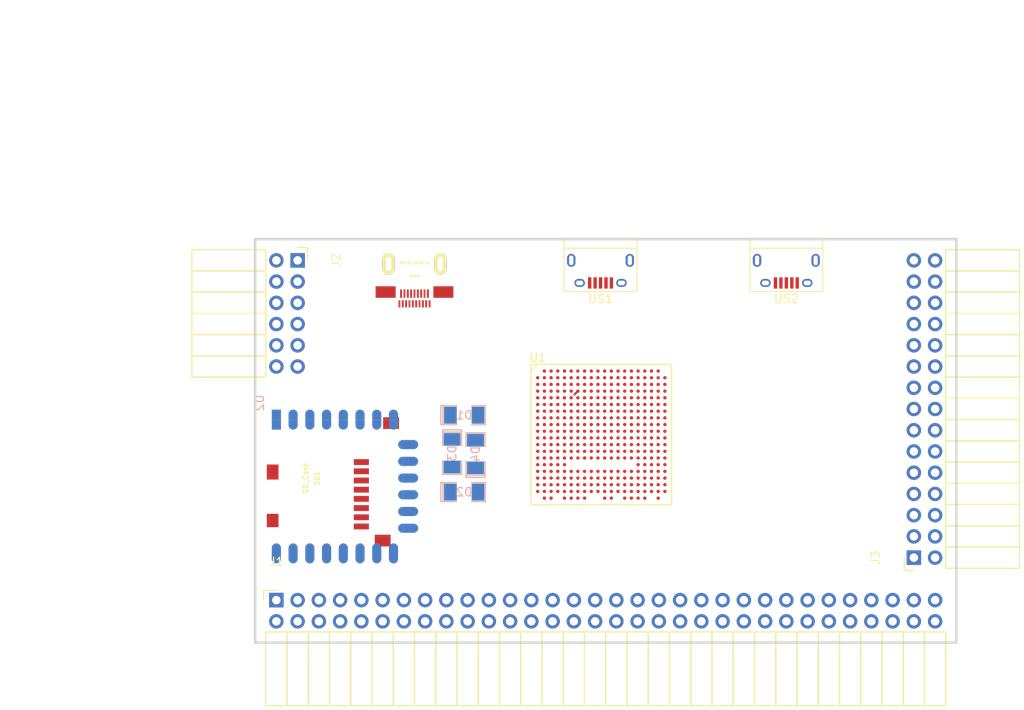
<source format=kicad_pcb>
(kicad_pcb (version 4) (host pcbnew 4.0.5+dfsg1-4)

  (general
    (links 244)
    (no_connects 243)
    (area 93.949999 61.269999 178.070001 109.830001)
    (thickness 1.6)
    (drawings 16)
    (tracks 6)
    (zones 0)
    (modules 13)
    (nets 75)
  )

  (page A4)
  (layers
    (0 F.Cu signal)
    (1 In1.Cu signal)
    (2 In2.Cu signal)
    (31 B.Cu signal)
    (32 B.Adhes user)
    (33 F.Adhes user)
    (34 B.Paste user)
    (35 F.Paste user)
    (36 B.SilkS user)
    (37 F.SilkS user)
    (38 B.Mask user)
    (39 F.Mask user)
    (40 Dwgs.User user)
    (41 Cmts.User user)
    (42 Eco1.User user)
    (43 Eco2.User user)
    (44 Edge.Cuts user)
    (45 Margin user)
    (46 B.CrtYd user)
    (47 F.CrtYd user)
    (48 B.Fab user)
    (49 F.Fab user)
  )

  (setup
    (last_trace_width 0.25)
    (trace_clearance 0.2)
    (zone_clearance 0.508)
    (zone_45_only no)
    (trace_min 0.2)
    (segment_width 0.2)
    (edge_width 0.2)
    (via_size 0.6)
    (via_drill 0.4)
    (via_min_size 0.4)
    (via_min_drill 0.3)
    (uvia_size 0.3)
    (uvia_drill 0.1)
    (uvias_allowed yes)
    (uvia_min_size 0.2)
    (uvia_min_drill 0.1)
    (pcb_text_width 0.3)
    (pcb_text_size 1.5 1.5)
    (mod_edge_width 0.15)
    (mod_text_size 1 1)
    (mod_text_width 0.15)
    (pad_size 1.524 1.524)
    (pad_drill 0.762)
    (pad_to_mask_clearance 0.2)
    (aux_axis_origin 82.67 62.69)
    (grid_origin 86.48 79.2)
    (visible_elements 7FFFFFFF)
    (pcbplotparams
      (layerselection 0x00030_80000001)
      (usegerberextensions false)
      (excludeedgelayer true)
      (linewidth 0.100000)
      (plotframeref false)
      (viasonmask false)
      (mode 1)
      (useauxorigin false)
      (hpglpennumber 1)
      (hpglpenspeed 20)
      (hpglpendiameter 15)
      (hpglpenoverlay 2)
      (psnegative false)
      (psa4output false)
      (plotreference true)
      (plotvalue true)
      (plotinvisibletext false)
      (padsonsilk false)
      (subtractmaskfromsilk false)
      (outputformat 1)
      (mirror false)
      (drillshape 1)
      (scaleselection 1)
      (outputdirectory ""))
  )

  (net 0 "")
  (net 1 GND)
  (net 2 VCC)
  (net 3 /TDI)
  (net 4 /TCK)
  (net 5 /TMS)
  (net 6 /TDO)
  (net 7 +5V)
  (net 8 /USB5V)
  (net 9 "Net-(D4-Pad1)")
  (net 10 /gpio/IN5V)
  (net 11 /gpio/OUT5V)
  (net 12 /gpio/P5)
  (net 13 /gpio/P6)
  (net 14 /gpio/P7)
  (net 15 /gpio/P8)
  (net 16 /gpio/P11)
  (net 17 /gpio/P12)
  (net 18 /gpio/P13)
  (net 19 /gpio/P14)
  (net 20 /gpio/P17)
  (net 21 /gpio/P18)
  (net 22 /gpio/P19)
  (net 23 /gpio/P20)
  (net 24 /gpio/P21)
  (net 25 /gpio/P22)
  (net 26 /gpio/P23)
  (net 27 /gpio/P24)
  (net 28 /gpio/P25)
  (net 29 /gpio/P26)
  (net 30 /gpio/P27)
  (net 31 /gpio/P28)
  (net 32 /gpio/P29)
  (net 33 /gpio/P30)
  (net 34 /SD_3)
  (net 35 /MTMS)
  (net 36 /MTCK)
  (net 37 /MTDO)
  (net 38 /MTDI)
  (net 39 /gpio/P9)
  (net 40 /gpio/P10)
  (net 41 "Net-(US1-Pad6)")
  (net 42 "Net-(US2-Pad6)")
  (net 43 /gpio/P15)
  (net 44 /gpio/P16)
  (net 45 /gpio/P31)
  (net 46 /gpio/P32)
  (net 47 /gpio/P33)
  (net 48 /gpio/P34)
  (net 49 /gpio/P35)
  (net 50 /gpio/P36)
  (net 51 /gpio/P37)
  (net 52 /gpio/P38)
  (net 53 /gpio/P39)
  (net 54 /gpio/P40)
  (net 55 /gpio/P41)
  (net 56 /gpio/P42)
  (net 57 /gpio/P43)
  (net 58 /gpio/P44)
  (net 59 /gpio/P45)
  (net 60 /gpio/P46)
  (net 61 /gpio/P47)
  (net 62 /gpio/P48)
  (net 63 /gpio/P49)
  (net 64 /gpio/P50)
  (net 65 /gpio/P51)
  (net 66 /gpio/P52)
  (net 67 /gpio/P53)
  (net 68 /gpio/P54)
  (net 69 /gpio/P55)
  (net 70 /gpio/P56)
  (net 71 /gpio/P57)
  (net 72 /gpio/P58)
  (net 73 /gpio/P59)
  (net 74 /gpio/P60)

  (net_class Default "This is the default net class."
    (clearance 0.2)
    (trace_width 0.25)
    (via_dia 0.6)
    (via_drill 0.4)
    (uvia_dia 0.3)
    (uvia_drill 0.1)
    (add_net +5V)
    (add_net /MTCK)
    (add_net /MTDI)
    (add_net /MTDO)
    (add_net /MTMS)
    (add_net /SD_3)
    (add_net /TCK)
    (add_net /TDI)
    (add_net /TDO)
    (add_net /TMS)
    (add_net /USB5V)
    (add_net /gpio/IN5V)
    (add_net /gpio/OUT5V)
    (add_net /gpio/P10)
    (add_net /gpio/P11)
    (add_net /gpio/P12)
    (add_net /gpio/P13)
    (add_net /gpio/P14)
    (add_net /gpio/P15)
    (add_net /gpio/P16)
    (add_net /gpio/P17)
    (add_net /gpio/P18)
    (add_net /gpio/P19)
    (add_net /gpio/P20)
    (add_net /gpio/P21)
    (add_net /gpio/P22)
    (add_net /gpio/P23)
    (add_net /gpio/P24)
    (add_net /gpio/P25)
    (add_net /gpio/P26)
    (add_net /gpio/P27)
    (add_net /gpio/P28)
    (add_net /gpio/P29)
    (add_net /gpio/P30)
    (add_net /gpio/P31)
    (add_net /gpio/P32)
    (add_net /gpio/P33)
    (add_net /gpio/P34)
    (add_net /gpio/P35)
    (add_net /gpio/P36)
    (add_net /gpio/P37)
    (add_net /gpio/P38)
    (add_net /gpio/P39)
    (add_net /gpio/P40)
    (add_net /gpio/P41)
    (add_net /gpio/P42)
    (add_net /gpio/P43)
    (add_net /gpio/P44)
    (add_net /gpio/P45)
    (add_net /gpio/P46)
    (add_net /gpio/P47)
    (add_net /gpio/P48)
    (add_net /gpio/P49)
    (add_net /gpio/P5)
    (add_net /gpio/P50)
    (add_net /gpio/P51)
    (add_net /gpio/P52)
    (add_net /gpio/P53)
    (add_net /gpio/P54)
    (add_net /gpio/P55)
    (add_net /gpio/P56)
    (add_net /gpio/P57)
    (add_net /gpio/P58)
    (add_net /gpio/P59)
    (add_net /gpio/P6)
    (add_net /gpio/P60)
    (add_net /gpio/P7)
    (add_net /gpio/P8)
    (add_net /gpio/P9)
    (add_net "Net-(D4-Pad1)")
    (add_net "Net-(US1-Pad6)")
    (add_net "Net-(US2-Pad6)")
    (add_net VCC)
  )

  (net_class BGA ""
    (clearance 0.1)
    (trace_width 0.2)
    (via_dia 0.6)
    (via_drill 0.4)
    (uvia_dia 0.3)
    (uvia_drill 0.1)
    (add_net GND)
  )

  (module SMD_Packages:SMD-1206_Pol (layer B.Cu) (tedit 0) (tstamp 56AA106E)
    (at 119.093 91.676)
    (path /56AC389C/56AC4846)
    (attr smd)
    (fp_text reference D2 (at 0 0) (layer B.SilkS)
      (effects (font (size 1 1) (thickness 0.15)) (justify mirror))
    )
    (fp_text value 2A (at 0 0) (layer B.Fab)
      (effects (font (size 1 1) (thickness 0.15)) (justify mirror))
    )
    (fp_line (start -2.54 1.143) (end -2.794 1.143) (layer B.SilkS) (width 0.15))
    (fp_line (start -2.794 1.143) (end -2.794 -1.143) (layer B.SilkS) (width 0.15))
    (fp_line (start -2.794 -1.143) (end -2.54 -1.143) (layer B.SilkS) (width 0.15))
    (fp_line (start -2.54 1.143) (end -2.54 -1.143) (layer B.SilkS) (width 0.15))
    (fp_line (start -2.54 -1.143) (end -0.889 -1.143) (layer B.SilkS) (width 0.15))
    (fp_line (start 0.889 1.143) (end 2.54 1.143) (layer B.SilkS) (width 0.15))
    (fp_line (start 2.54 1.143) (end 2.54 -1.143) (layer B.SilkS) (width 0.15))
    (fp_line (start 2.54 -1.143) (end 0.889 -1.143) (layer B.SilkS) (width 0.15))
    (fp_line (start -0.889 1.143) (end -2.54 1.143) (layer B.SilkS) (width 0.15))
    (pad 1 smd rect (at -1.651 0) (size 1.524 2.032) (layers B.Cu B.Paste B.Mask)
      (net 11 /gpio/OUT5V))
    (pad 2 smd rect (at 1.651 0) (size 1.524 2.032) (layers B.Cu B.Paste B.Mask))
    (model SMD_Packages.3dshapes/SMD-1206_Pol.wrl
      (at (xyz 0 0 0))
      (scale (xyz 0.17 0.16 0.16))
      (rotate (xyz 0 0 0))
    )
  )

  (module SMD_Packages:SMD-1206_Pol (layer B.Cu) (tedit 0) (tstamp 56AA1068)
    (at 119.093 82.476)
    (path /56AC389C/56AC483B)
    (attr smd)
    (fp_text reference D1 (at 0 0) (layer B.SilkS)
      (effects (font (size 1 1) (thickness 0.15)) (justify mirror))
    )
    (fp_text value 2A (at 0 0) (layer B.Fab)
      (effects (font (size 1 1) (thickness 0.15)) (justify mirror))
    )
    (fp_line (start -2.54 1.143) (end -2.794 1.143) (layer B.SilkS) (width 0.15))
    (fp_line (start -2.794 1.143) (end -2.794 -1.143) (layer B.SilkS) (width 0.15))
    (fp_line (start -2.794 -1.143) (end -2.54 -1.143) (layer B.SilkS) (width 0.15))
    (fp_line (start -2.54 1.143) (end -2.54 -1.143) (layer B.SilkS) (width 0.15))
    (fp_line (start -2.54 -1.143) (end -0.889 -1.143) (layer B.SilkS) (width 0.15))
    (fp_line (start 0.889 1.143) (end 2.54 1.143) (layer B.SilkS) (width 0.15))
    (fp_line (start 2.54 1.143) (end 2.54 -1.143) (layer B.SilkS) (width 0.15))
    (fp_line (start 2.54 -1.143) (end 0.889 -1.143) (layer B.SilkS) (width 0.15))
    (fp_line (start -0.889 1.143) (end -2.54 1.143) (layer B.SilkS) (width 0.15))
    (pad 1 smd rect (at -1.651 0) (size 1.524 2.032) (layers B.Cu B.Paste B.Mask)
      (net 7 +5V))
    (pad 2 smd rect (at 1.651 0) (size 1.524 2.032) (layers B.Cu B.Paste B.Mask)
      (net 10 /gpio/IN5V))
    (model SMD_Packages.3dshapes/SMD-1206_Pol.wrl
      (at (xyz 0 0 0))
      (scale (xyz 0.17 0.16 0.16))
      (rotate (xyz 0 0 0))
    )
  )

  (module lfe5bg381:BGA-381_pitch0.8mm_dia0.4mm (layer F.Cu) (tedit 56A8C998) (tstamp 56AA0CD9)
    (at 135.48 84.8)
    (path /56AA9804)
    (attr smd)
    (fp_text reference U1 (at -7.6 -9.2) (layer F.SilkS)
      (effects (font (size 1 1) (thickness 0.15)))
    )
    (fp_text value LFE5U-25F-6BG381C (at 2 -9.2) (layer F.Fab)
      (effects (font (size 1 1) (thickness 0.15)))
    )
    (fp_line (start -8.4 8.4) (end 8.4 8.4) (layer F.SilkS) (width 0.15))
    (fp_line (start 8.4 8.4) (end 8.4 -8.4) (layer F.SilkS) (width 0.15))
    (fp_line (start 8.4 -8.4) (end -8.4 -8.4) (layer F.SilkS) (width 0.15))
    (fp_line (start -8.4 -8.4) (end -8.4 8.4) (layer F.SilkS) (width 0.15))
    (fp_line (start -7.6 -8.4) (end -8.4 -7.6) (layer F.SilkS) (width 0.15))
    (pad A2 smd circle (at -6.8 -7.6) (size 0.4 0.4) (layers F.Cu F.Paste F.Mask))
    (pad A3 smd circle (at -6 -7.6) (size 0.4 0.4) (layers F.Cu F.Paste F.Mask))
    (pad A4 smd circle (at -5.2 -7.6) (size 0.4 0.4) (layers F.Cu F.Paste F.Mask))
    (pad A5 smd circle (at -4.4 -7.6) (size 0.4 0.4) (layers F.Cu F.Paste F.Mask))
    (pad A6 smd circle (at -3.6 -7.6) (size 0.4 0.4) (layers F.Cu F.Paste F.Mask)
      (net 31 /gpio/P28))
    (pad A7 smd circle (at -2.8 -7.6) (size 0.4 0.4) (layers F.Cu F.Paste F.Mask)
      (net 44 /gpio/P16))
    (pad A8 smd circle (at -2 -7.6) (size 0.4 0.4) (layers F.Cu F.Paste F.Mask)
      (net 43 /gpio/P15))
    (pad A9 smd circle (at -1.2 -7.6) (size 0.4 0.4) (layers F.Cu F.Paste F.Mask)
      (net 40 /gpio/P10))
    (pad A10 smd circle (at -0.4 -7.6) (size 0.4 0.4) (layers F.Cu F.Paste F.Mask)
      (net 14 /gpio/P7))
    (pad A11 smd circle (at 0.4 -7.6) (size 0.4 0.4) (layers F.Cu F.Paste F.Mask)
      (net 15 /gpio/P8))
    (pad A12 smd circle (at 1.2 -7.6) (size 0.4 0.4) (layers F.Cu F.Paste F.Mask)
      (net 68 /gpio/P54))
    (pad A13 smd circle (at 2 -7.6) (size 0.4 0.4) (layers F.Cu F.Paste F.Mask)
      (net 67 /gpio/P53))
    (pad A14 smd circle (at 2.8 -7.6) (size 0.4 0.4) (layers F.Cu F.Paste F.Mask)
      (net 62 /gpio/P48))
    (pad A15 smd circle (at 3.6 -7.6) (size 0.4 0.4) (layers F.Cu F.Paste F.Mask))
    (pad A16 smd circle (at 4.4 -7.6) (size 0.4 0.4) (layers F.Cu F.Paste F.Mask)
      (net 54 /gpio/P40))
    (pad A17 smd circle (at 5.2 -7.6) (size 0.4 0.4) (layers F.Cu F.Paste F.Mask)
      (net 48 /gpio/P34))
    (pad A18 smd circle (at 6 -7.6) (size 0.4 0.4) (layers F.Cu F.Paste F.Mask)
      (net 46 /gpio/P32))
    (pad A19 smd circle (at 6.8 -7.6) (size 0.4 0.4) (layers F.Cu F.Paste F.Mask)
      (net 33 /gpio/P30))
    (pad B1 smd circle (at -7.6 -6.8) (size 0.4 0.4) (layers F.Cu F.Paste F.Mask))
    (pad B2 smd circle (at -6.8 -6.8) (size 0.4 0.4) (layers F.Cu F.Paste F.Mask))
    (pad B3 smd circle (at -6 -6.8) (size 0.4 0.4) (layers F.Cu F.Paste F.Mask))
    (pad B4 smd circle (at -5.2 -6.8) (size 0.4 0.4) (layers F.Cu F.Paste F.Mask))
    (pad B5 smd circle (at -4.4 -6.8) (size 0.4 0.4) (layers F.Cu F.Paste F.Mask))
    (pad B6 smd circle (at -3.6 -6.8) (size 0.4 0.4) (layers F.Cu F.Paste F.Mask)
      (net 30 /gpio/P27))
    (pad B7 smd circle (at -2.8 -6.8) (size 0.4 0.4) (layers F.Cu F.Paste F.Mask)
      (net 1 GND))
    (pad B8 smd circle (at -2 -6.8) (size 0.4 0.4) (layers F.Cu F.Paste F.Mask)
      (net 20 /gpio/P17))
    (pad B9 smd circle (at -1.2 -6.8) (size 0.4 0.4) (layers F.Cu F.Paste F.Mask)
      (net 17 /gpio/P12))
    (pad B10 smd circle (at -0.4 -6.8) (size 0.4 0.4) (layers F.Cu F.Paste F.Mask)
      (net 39 /gpio/P9))
    (pad B11 smd circle (at 0.4 -6.8) (size 0.4 0.4) (layers F.Cu F.Paste F.Mask)
      (net 12 /gpio/P5))
    (pad B12 smd circle (at 1.2 -6.8) (size 0.4 0.4) (layers F.Cu F.Paste F.Mask)
      (net 72 /gpio/P58))
    (pad B13 smd circle (at 2 -6.8) (size 0.4 0.4) (layers F.Cu F.Paste F.Mask)
      (net 66 /gpio/P52))
    (pad B14 smd circle (at 2.8 -6.8) (size 0.4 0.4) (layers F.Cu F.Paste F.Mask)
      (net 1 GND))
    (pad B15 smd circle (at 3.6 -6.8) (size 0.4 0.4) (layers F.Cu F.Paste F.Mask)
      (net 58 /gpio/P44))
    (pad B16 smd circle (at 4.4 -6.8) (size 0.4 0.4) (layers F.Cu F.Paste F.Mask)
      (net 53 /gpio/P39))
    (pad B17 smd circle (at 5.2 -6.8) (size 0.4 0.4) (layers F.Cu F.Paste F.Mask)
      (net 50 /gpio/P36))
    (pad B18 smd circle (at 6 -6.8) (size 0.4 0.4) (layers F.Cu F.Paste F.Mask)
      (net 47 /gpio/P33))
    (pad B19 smd circle (at 6.8 -6.8) (size 0.4 0.4) (layers F.Cu F.Paste F.Mask)
      (net 45 /gpio/P31))
    (pad B20 smd circle (at 7.6 -6.8) (size 0.4 0.4) (layers F.Cu F.Paste F.Mask)
      (net 32 /gpio/P29))
    (pad C1 smd circle (at -7.6 -6) (size 0.4 0.4) (layers F.Cu F.Paste F.Mask))
    (pad C2 smd circle (at -6.8 -6) (size 0.4 0.4) (layers F.Cu F.Paste F.Mask))
    (pad C3 smd circle (at -6 -6) (size 0.4 0.4) (layers F.Cu F.Paste F.Mask))
    (pad C4 smd circle (at -5.2 -6) (size 0.4 0.4) (layers F.Cu F.Paste F.Mask))
    (pad C5 smd circle (at -4.4 -6) (size 0.4 0.4) (layers F.Cu F.Paste F.Mask))
    (pad C6 smd circle (at -3.6 -6) (size 0.4 0.4) (layers F.Cu F.Paste F.Mask)
      (net 25 /gpio/P22))
    (pad C7 smd circle (at -2.8 -6) (size 0.4 0.4) (layers F.Cu F.Paste F.Mask)
      (net 24 /gpio/P21))
    (pad C8 smd circle (at -2 -6) (size 0.4 0.4) (layers F.Cu F.Paste F.Mask)
      (net 21 /gpio/P18))
    (pad C9 smd circle (at -1.2 -6) (size 0.4 0.4) (layers F.Cu F.Paste F.Mask))
    (pad C10 smd circle (at -0.4 -6) (size 0.4 0.4) (layers F.Cu F.Paste F.Mask)
      (net 16 /gpio/P11))
    (pad C11 smd circle (at 0.4 -6) (size 0.4 0.4) (layers F.Cu F.Paste F.Mask)
      (net 13 /gpio/P6))
    (pad C12 smd circle (at 1.2 -6) (size 0.4 0.4) (layers F.Cu F.Paste F.Mask)
      (net 71 /gpio/P57))
    (pad C13 smd circle (at 2 -6) (size 0.4 0.4) (layers F.Cu F.Paste F.Mask)
      (net 65 /gpio/P51))
    (pad C14 smd circle (at 2.8 -6) (size 0.4 0.4) (layers F.Cu F.Paste F.Mask)
      (net 61 /gpio/P47))
    (pad C15 smd circle (at 3.6 -6) (size 0.4 0.4) (layers F.Cu F.Paste F.Mask)
      (net 57 /gpio/P43))
    (pad C16 smd circle (at 4.4 -6) (size 0.4 0.4) (layers F.Cu F.Paste F.Mask)
      (net 52 /gpio/P38))
    (pad C17 smd circle (at 5.2 -6) (size 0.4 0.4) (layers F.Cu F.Paste F.Mask)
      (net 49 /gpio/P35))
    (pad C18 smd circle (at 6 -6) (size 0.4 0.4) (layers F.Cu F.Paste F.Mask))
    (pad C19 smd circle (at 6.8 -6) (size 0.4 0.4) (layers F.Cu F.Paste F.Mask)
      (net 1 GND))
    (pad C20 smd circle (at 7.6 -6) (size 0.4 0.4) (layers F.Cu F.Paste F.Mask))
    (pad D1 smd circle (at -7.6 -5.2) (size 0.4 0.4) (layers F.Cu F.Paste F.Mask))
    (pad D2 smd circle (at -6.8 -5.2) (size 0.4 0.4) (layers F.Cu F.Paste F.Mask))
    (pad D3 smd circle (at -6 -5.2) (size 0.4 0.4) (layers F.Cu F.Paste F.Mask))
    (pad D4 smd circle (at -5.2 -5.2) (size 0.4 0.4) (layers F.Cu F.Paste F.Mask)
      (net 1 GND))
    (pad D5 smd circle (at -4.4 -5.2) (size 0.4 0.4) (layers F.Cu F.Paste F.Mask))
    (pad D6 smd circle (at -3.6 -5.2) (size 0.4 0.4) (layers F.Cu F.Paste F.Mask)
      (net 28 /gpio/P25))
    (pad D7 smd circle (at -2.8 -5.2) (size 0.4 0.4) (layers F.Cu F.Paste F.Mask)
      (net 26 /gpio/P23))
    (pad D8 smd circle (at -2 -5.2) (size 0.4 0.4) (layers F.Cu F.Paste F.Mask)
      (net 22 /gpio/P19))
    (pad D9 smd circle (at -1.2 -5.2) (size 0.4 0.4) (layers F.Cu F.Paste F.Mask)
      (net 19 /gpio/P14))
    (pad D10 smd circle (at -0.4 -5.2) (size 0.4 0.4) (layers F.Cu F.Paste F.Mask))
    (pad D11 smd circle (at 0.4 -5.2) (size 0.4 0.4) (layers F.Cu F.Paste F.Mask)
      (net 74 /gpio/P60))
    (pad D12 smd circle (at 1.2 -5.2) (size 0.4 0.4) (layers F.Cu F.Paste F.Mask)
      (net 70 /gpio/P56))
    (pad D13 smd circle (at 2 -5.2) (size 0.4 0.4) (layers F.Cu F.Paste F.Mask)
      (net 64 /gpio/P50))
    (pad D14 smd circle (at 2.8 -5.2) (size 0.4 0.4) (layers F.Cu F.Paste F.Mask)
      (net 60 /gpio/P46))
    (pad D15 smd circle (at 3.6 -5.2) (size 0.4 0.4) (layers F.Cu F.Paste F.Mask)
      (net 56 /gpio/P42))
    (pad D16 smd circle (at 4.4 -5.2) (size 0.4 0.4) (layers F.Cu F.Paste F.Mask)
      (net 51 /gpio/P37))
    (pad D17 smd circle (at 5.2 -5.2) (size 0.4 0.4) (layers F.Cu F.Paste F.Mask))
    (pad D18 smd circle (at 6 -5.2) (size 0.4 0.4) (layers F.Cu F.Paste F.Mask))
    (pad D19 smd circle (at 6.8 -5.2) (size 0.4 0.4) (layers F.Cu F.Paste F.Mask))
    (pad D20 smd circle (at 7.6 -5.2) (size 0.4 0.4) (layers F.Cu F.Paste F.Mask))
    (pad E1 smd circle (at -7.6 -4.4) (size 0.4 0.4) (layers F.Cu F.Paste F.Mask))
    (pad E2 smd circle (at -6.8 -4.4) (size 0.4 0.4) (layers F.Cu F.Paste F.Mask))
    (pad E3 smd circle (at -6 -4.4) (size 0.4 0.4) (layers F.Cu F.Paste F.Mask))
    (pad E4 smd circle (at -5.2 -4.4) (size 0.4 0.4) (layers F.Cu F.Paste F.Mask))
    (pad E5 smd circle (at -4.4 -4.4) (size 0.4 0.4) (layers F.Cu F.Paste F.Mask))
    (pad E6 smd circle (at -3.6 -4.4) (size 0.4 0.4) (layers F.Cu F.Paste F.Mask)
      (net 29 /gpio/P26))
    (pad E7 smd circle (at -2.8 -4.4) (size 0.4 0.4) (layers F.Cu F.Paste F.Mask)
      (net 27 /gpio/P24))
    (pad E8 smd circle (at -2 -4.4) (size 0.4 0.4) (layers F.Cu F.Paste F.Mask)
      (net 23 /gpio/P20))
    (pad E9 smd circle (at -1.2 -4.4) (size 0.4 0.4) (layers F.Cu F.Paste F.Mask)
      (net 18 /gpio/P13))
    (pad E10 smd circle (at -0.4 -4.4) (size 0.4 0.4) (layers F.Cu F.Paste F.Mask))
    (pad E11 smd circle (at 0.4 -4.4) (size 0.4 0.4) (layers F.Cu F.Paste F.Mask)
      (net 73 /gpio/P59))
    (pad E12 smd circle (at 1.2 -4.4) (size 0.4 0.4) (layers F.Cu F.Paste F.Mask)
      (net 69 /gpio/P55))
    (pad E13 smd circle (at 2 -4.4) (size 0.4 0.4) (layers F.Cu F.Paste F.Mask)
      (net 63 /gpio/P49))
    (pad E14 smd circle (at 2.8 -4.4) (size 0.4 0.4) (layers F.Cu F.Paste F.Mask)
      (net 59 /gpio/P45))
    (pad E15 smd circle (at 3.6 -4.4) (size 0.4 0.4) (layers F.Cu F.Paste F.Mask)
      (net 55 /gpio/P41))
    (pad E16 smd circle (at 4.4 -4.4) (size 0.4 0.4) (layers F.Cu F.Paste F.Mask))
    (pad E17 smd circle (at 5.2 -4.4) (size 0.4 0.4) (layers F.Cu F.Paste F.Mask))
    (pad E18 smd circle (at 6 -4.4) (size 0.4 0.4) (layers F.Cu F.Paste F.Mask))
    (pad E19 smd circle (at 6.8 -4.4) (size 0.4 0.4) (layers F.Cu F.Paste F.Mask))
    (pad E20 smd circle (at 7.6 -4.4) (size 0.4 0.4) (layers F.Cu F.Paste F.Mask))
    (pad F1 smd circle (at -7.6 -3.6) (size 0.4 0.4) (layers F.Cu F.Paste F.Mask))
    (pad F2 smd circle (at -6.8 -3.6) (size 0.4 0.4) (layers F.Cu F.Paste F.Mask))
    (pad F3 smd circle (at -6 -3.6) (size 0.4 0.4) (layers F.Cu F.Paste F.Mask))
    (pad F4 smd circle (at -5.2 -3.6) (size 0.4 0.4) (layers F.Cu F.Paste F.Mask))
    (pad F5 smd circle (at -4.4 -3.6) (size 0.4 0.4) (layers F.Cu F.Paste F.Mask))
    (pad F6 smd circle (at -3.6 -3.6) (size 0.4 0.4) (layers F.Cu F.Paste F.Mask)
      (net 2 VCC))
    (pad F7 smd circle (at -2.8 -3.6) (size 0.4 0.4) (layers F.Cu F.Paste F.Mask)
      (net 1 GND))
    (pad F8 smd circle (at -2 -3.6) (size 0.4 0.4) (layers F.Cu F.Paste F.Mask)
      (net 1 GND))
    (pad F9 smd circle (at -1.2 -3.6) (size 0.4 0.4) (layers F.Cu F.Paste F.Mask)
      (net 2 VCC))
    (pad F10 smd circle (at -0.4 -3.6) (size 0.4 0.4) (layers F.Cu F.Paste F.Mask)
      (net 2 VCC))
    (pad F11 smd circle (at 0.4 -3.6) (size 0.4 0.4) (layers F.Cu F.Paste F.Mask)
      (net 2 VCC))
    (pad F12 smd circle (at 1.2 -3.6) (size 0.4 0.4) (layers F.Cu F.Paste F.Mask)
      (net 2 VCC))
    (pad F13 smd circle (at 2 -3.6) (size 0.4 0.4) (layers F.Cu F.Paste F.Mask)
      (net 1 GND))
    (pad F14 smd circle (at 2.8 -3.6) (size 0.4 0.4) (layers F.Cu F.Paste F.Mask)
      (net 1 GND))
    (pad F15 smd circle (at 3.6 -3.6) (size 0.4 0.4) (layers F.Cu F.Paste F.Mask)
      (net 2 VCC))
    (pad F16 smd circle (at 4.4 -3.6) (size 0.4 0.4) (layers F.Cu F.Paste F.Mask))
    (pad F17 smd circle (at 5.2 -3.6) (size 0.4 0.4) (layers F.Cu F.Paste F.Mask))
    (pad F18 smd circle (at 6 -3.6) (size 0.4 0.4) (layers F.Cu F.Paste F.Mask))
    (pad F19 smd circle (at 6.8 -3.6) (size 0.4 0.4) (layers F.Cu F.Paste F.Mask))
    (pad F20 smd circle (at 7.6 -3.6) (size 0.4 0.4) (layers F.Cu F.Paste F.Mask))
    (pad G1 smd circle (at -7.6 -2.8) (size 0.4 0.4) (layers F.Cu F.Paste F.Mask))
    (pad G2 smd circle (at -6.8 -2.8) (size 0.4 0.4) (layers F.Cu F.Paste F.Mask))
    (pad G3 smd circle (at -6 -2.8) (size 0.4 0.4) (layers F.Cu F.Paste F.Mask))
    (pad G4 smd circle (at -5.2 -2.8) (size 0.4 0.4) (layers F.Cu F.Paste F.Mask)
      (net 1 GND))
    (pad G5 smd circle (at -4.4 -2.8) (size 0.4 0.4) (layers F.Cu F.Paste F.Mask))
    (pad G6 smd circle (at -3.6 -2.8) (size 0.4 0.4) (layers F.Cu F.Paste F.Mask)
      (net 1 GND))
    (pad G7 smd circle (at -2.8 -2.8) (size 0.4 0.4) (layers F.Cu F.Paste F.Mask)
      (net 1 GND))
    (pad G8 smd circle (at -2 -2.8) (size 0.4 0.4) (layers F.Cu F.Paste F.Mask)
      (net 1 GND))
    (pad G9 smd circle (at -1.2 -2.8) (size 0.4 0.4) (layers F.Cu F.Paste F.Mask)
      (net 1 GND))
    (pad G10 smd circle (at -0.4 -2.8) (size 0.4 0.4) (layers F.Cu F.Paste F.Mask)
      (net 1 GND))
    (pad G11 smd circle (at 0.4 -2.8) (size 0.4 0.4) (layers F.Cu F.Paste F.Mask)
      (net 1 GND))
    (pad G12 smd circle (at 1.2 -2.8) (size 0.4 0.4) (layers F.Cu F.Paste F.Mask)
      (net 1 GND))
    (pad G13 smd circle (at 2 -2.8) (size 0.4 0.4) (layers F.Cu F.Paste F.Mask)
      (net 1 GND))
    (pad G14 smd circle (at 2.8 -2.8) (size 0.4 0.4) (layers F.Cu F.Paste F.Mask)
      (net 1 GND))
    (pad G15 smd circle (at 3.6 -2.8) (size 0.4 0.4) (layers F.Cu F.Paste F.Mask)
      (net 1 GND))
    (pad G16 smd circle (at 4.4 -2.8) (size 0.4 0.4) (layers F.Cu F.Paste F.Mask))
    (pad G17 smd circle (at 5.2 -2.8) (size 0.4 0.4) (layers F.Cu F.Paste F.Mask)
      (net 1 GND))
    (pad G18 smd circle (at 6 -2.8) (size 0.4 0.4) (layers F.Cu F.Paste F.Mask))
    (pad G19 smd circle (at 6.8 -2.8) (size 0.4 0.4) (layers F.Cu F.Paste F.Mask))
    (pad G20 smd circle (at 7.6 -2.8) (size 0.4 0.4) (layers F.Cu F.Paste F.Mask))
    (pad H1 smd circle (at -7.6 -2) (size 0.4 0.4) (layers F.Cu F.Paste F.Mask))
    (pad H2 smd circle (at -6.8 -2) (size 0.4 0.4) (layers F.Cu F.Paste F.Mask))
    (pad H3 smd circle (at -6 -2) (size 0.4 0.4) (layers F.Cu F.Paste F.Mask))
    (pad H4 smd circle (at -5.2 -2) (size 0.4 0.4) (layers F.Cu F.Paste F.Mask))
    (pad H5 smd circle (at -4.4 -2) (size 0.4 0.4) (layers F.Cu F.Paste F.Mask))
    (pad H6 smd circle (at -3.6 -2) (size 0.4 0.4) (layers F.Cu F.Paste F.Mask)
      (net 2 VCC))
    (pad H7 smd circle (at -2.8 -2) (size 0.4 0.4) (layers F.Cu F.Paste F.Mask)
      (net 2 VCC))
    (pad H8 smd circle (at -2 -2) (size 0.4 0.4) (layers F.Cu F.Paste F.Mask)
      (net 2 VCC))
    (pad H9 smd circle (at -1.2 -2) (size 0.4 0.4) (layers F.Cu F.Paste F.Mask)
      (net 2 VCC))
    (pad H10 smd circle (at -0.4 -2) (size 0.4 0.4) (layers F.Cu F.Paste F.Mask)
      (net 2 VCC))
    (pad H11 smd circle (at 0.4 -2) (size 0.4 0.4) (layers F.Cu F.Paste F.Mask)
      (net 2 VCC))
    (pad H12 smd circle (at 1.2 -2) (size 0.4 0.4) (layers F.Cu F.Paste F.Mask)
      (net 2 VCC))
    (pad H13 smd circle (at 2 -2) (size 0.4 0.4) (layers F.Cu F.Paste F.Mask)
      (net 2 VCC))
    (pad H14 smd circle (at 2.8 -2) (size 0.4 0.4) (layers F.Cu F.Paste F.Mask)
      (net 2 VCC))
    (pad H15 smd circle (at 3.6 -2) (size 0.4 0.4) (layers F.Cu F.Paste F.Mask)
      (net 2 VCC))
    (pad H16 smd circle (at 4.4 -2) (size 0.4 0.4) (layers F.Cu F.Paste F.Mask))
    (pad H17 smd circle (at 5.2 -2) (size 0.4 0.4) (layers F.Cu F.Paste F.Mask))
    (pad H18 smd circle (at 6 -2) (size 0.4 0.4) (layers F.Cu F.Paste F.Mask))
    (pad H19 smd circle (at 6.8 -2) (size 0.4 0.4) (layers F.Cu F.Paste F.Mask)
      (net 1 GND))
    (pad H20 smd circle (at 7.6 -2) (size 0.4 0.4) (layers F.Cu F.Paste F.Mask))
    (pad J1 smd circle (at -7.6 -1.2) (size 0.4 0.4) (layers F.Cu F.Paste F.Mask))
    (pad J2 smd circle (at -6.8 -1.2) (size 0.4 0.4) (layers F.Cu F.Paste F.Mask)
      (net 1 GND))
    (pad J3 smd circle (at -6 -1.2) (size 0.4 0.4) (layers F.Cu F.Paste F.Mask))
    (pad J4 smd circle (at -5.2 -1.2) (size 0.4 0.4) (layers F.Cu F.Paste F.Mask))
    (pad J5 smd circle (at -4.4 -1.2) (size 0.4 0.4) (layers F.Cu F.Paste F.Mask))
    (pad J6 smd circle (at -3.6 -1.2) (size 0.4 0.4) (layers F.Cu F.Paste F.Mask)
      (net 2 VCC))
    (pad J7 smd circle (at -2.8 -1.2) (size 0.4 0.4) (layers F.Cu F.Paste F.Mask)
      (net 1 GND))
    (pad J8 smd circle (at -2 -1.2) (size 0.4 0.4) (layers F.Cu F.Paste F.Mask)
      (net 2 VCC))
    (pad J9 smd circle (at -1.2 -1.2) (size 0.4 0.4) (layers F.Cu F.Paste F.Mask)
      (net 1 GND))
    (pad J10 smd circle (at -0.4 -1.2) (size 0.4 0.4) (layers F.Cu F.Paste F.Mask)
      (net 1 GND))
    (pad J11 smd circle (at 0.4 -1.2) (size 0.4 0.4) (layers F.Cu F.Paste F.Mask)
      (net 1 GND))
    (pad J12 smd circle (at 1.2 -1.2) (size 0.4 0.4) (layers F.Cu F.Paste F.Mask)
      (net 1 GND))
    (pad J13 smd circle (at 2 -1.2) (size 0.4 0.4) (layers F.Cu F.Paste F.Mask)
      (net 2 VCC))
    (pad J14 smd circle (at 2.8 -1.2) (size 0.4 0.4) (layers F.Cu F.Paste F.Mask)
      (net 1 GND))
    (pad J15 smd circle (at 3.6 -1.2) (size 0.4 0.4) (layers F.Cu F.Paste F.Mask)
      (net 2 VCC))
    (pad J16 smd circle (at 4.4 -1.2) (size 0.4 0.4) (layers F.Cu F.Paste F.Mask))
    (pad J17 smd circle (at 5.2 -1.2) (size 0.4 0.4) (layers F.Cu F.Paste F.Mask))
    (pad J18 smd circle (at 6 -1.2) (size 0.4 0.4) (layers F.Cu F.Paste F.Mask))
    (pad J19 smd circle (at 6.8 -1.2) (size 0.4 0.4) (layers F.Cu F.Paste F.Mask))
    (pad J20 smd circle (at 7.6 -1.2) (size 0.4 0.4) (layers F.Cu F.Paste F.Mask))
    (pad K1 smd circle (at -7.6 -0.4) (size 0.4 0.4) (layers F.Cu F.Paste F.Mask))
    (pad K2 smd circle (at -6.8 -0.4) (size 0.4 0.4) (layers F.Cu F.Paste F.Mask))
    (pad K3 smd circle (at -6 -0.4) (size 0.4 0.4) (layers F.Cu F.Paste F.Mask))
    (pad K4 smd circle (at -5.2 -0.4) (size 0.4 0.4) (layers F.Cu F.Paste F.Mask))
    (pad K5 smd circle (at -4.4 -0.4) (size 0.4 0.4) (layers F.Cu F.Paste F.Mask))
    (pad K6 smd circle (at -3.6 -0.4) (size 0.4 0.4) (layers F.Cu F.Paste F.Mask)
      (net 1 GND))
    (pad K7 smd circle (at -2.8 -0.4) (size 0.4 0.4) (layers F.Cu F.Paste F.Mask)
      (net 1 GND))
    (pad K8 smd circle (at -2 -0.4) (size 0.4 0.4) (layers F.Cu F.Paste F.Mask)
      (net 2 VCC))
    (pad K9 smd circle (at -1.2 -0.4) (size 0.4 0.4) (layers F.Cu F.Paste F.Mask)
      (net 1 GND))
    (pad K10 smd circle (at -0.4 -0.4) (size 0.4 0.4) (layers F.Cu F.Paste F.Mask)
      (net 1 GND))
    (pad K11 smd circle (at 0.4 -0.4) (size 0.4 0.4) (layers F.Cu F.Paste F.Mask)
      (net 1 GND))
    (pad K12 smd circle (at 1.2 -0.4) (size 0.4 0.4) (layers F.Cu F.Paste F.Mask)
      (net 1 GND))
    (pad K13 smd circle (at 2 -0.4) (size 0.4 0.4) (layers F.Cu F.Paste F.Mask)
      (net 2 VCC))
    (pad K14 smd circle (at 2.8 -0.4) (size 0.4 0.4) (layers F.Cu F.Paste F.Mask)
      (net 1 GND))
    (pad K15 smd circle (at 3.6 -0.4) (size 0.4 0.4) (layers F.Cu F.Paste F.Mask)
      (net 1 GND))
    (pad K16 smd circle (at 4.4 -0.4) (size 0.4 0.4) (layers F.Cu F.Paste F.Mask))
    (pad K17 smd circle (at 5.2 -0.4) (size 0.4 0.4) (layers F.Cu F.Paste F.Mask))
    (pad K18 smd circle (at 6 -0.4) (size 0.4 0.4) (layers F.Cu F.Paste F.Mask))
    (pad K19 smd circle (at 6.8 -0.4) (size 0.4 0.4) (layers F.Cu F.Paste F.Mask))
    (pad K20 smd circle (at 7.6 -0.4) (size 0.4 0.4) (layers F.Cu F.Paste F.Mask))
    (pad L1 smd circle (at -7.6 0.4) (size 0.4 0.4) (layers F.Cu F.Paste F.Mask))
    (pad L2 smd circle (at -6.8 0.4) (size 0.4 0.4) (layers F.Cu F.Paste F.Mask))
    (pad L3 smd circle (at -6 0.4) (size 0.4 0.4) (layers F.Cu F.Paste F.Mask))
    (pad L4 smd circle (at -5.2 0.4) (size 0.4 0.4) (layers F.Cu F.Paste F.Mask))
    (pad L5 smd circle (at -4.4 0.4) (size 0.4 0.4) (layers F.Cu F.Paste F.Mask))
    (pad L6 smd circle (at -3.6 0.4) (size 0.4 0.4) (layers F.Cu F.Paste F.Mask)
      (net 2 VCC))
    (pad L7 smd circle (at -2.8 0.4) (size 0.4 0.4) (layers F.Cu F.Paste F.Mask)
      (net 2 VCC))
    (pad L8 smd circle (at -2 0.4) (size 0.4 0.4) (layers F.Cu F.Paste F.Mask)
      (net 2 VCC))
    (pad L9 smd circle (at -1.2 0.4) (size 0.4 0.4) (layers F.Cu F.Paste F.Mask)
      (net 1 GND))
    (pad L10 smd circle (at -0.4 0.4) (size 0.4 0.4) (layers F.Cu F.Paste F.Mask)
      (net 1 GND))
    (pad L11 smd circle (at 0.4 0.4) (size 0.4 0.4) (layers F.Cu F.Paste F.Mask)
      (net 1 GND))
    (pad L12 smd circle (at 1.2 0.4) (size 0.4 0.4) (layers F.Cu F.Paste F.Mask)
      (net 1 GND))
    (pad L13 smd circle (at 2 0.4) (size 0.4 0.4) (layers F.Cu F.Paste F.Mask)
      (net 2 VCC))
    (pad L14 smd circle (at 2.8 0.4) (size 0.4 0.4) (layers F.Cu F.Paste F.Mask)
      (net 2 VCC))
    (pad L15 smd circle (at 3.6 0.4) (size 0.4 0.4) (layers F.Cu F.Paste F.Mask)
      (net 2 VCC))
    (pad L16 smd circle (at 4.4 0.4) (size 0.4 0.4) (layers F.Cu F.Paste F.Mask))
    (pad L17 smd circle (at 5.2 0.4) (size 0.4 0.4) (layers F.Cu F.Paste F.Mask))
    (pad L18 smd circle (at 6 0.4) (size 0.4 0.4) (layers F.Cu F.Paste F.Mask))
    (pad L19 smd circle (at 6.8 0.4) (size 0.4 0.4) (layers F.Cu F.Paste F.Mask))
    (pad L20 smd circle (at 7.6 0.4) (size 0.4 0.4) (layers F.Cu F.Paste F.Mask))
    (pad M1 smd circle (at -7.6 1.2) (size 0.4 0.4) (layers F.Cu F.Paste F.Mask))
    (pad M2 smd circle (at -6.8 1.2) (size 0.4 0.4) (layers F.Cu F.Paste F.Mask)
      (net 1 GND))
    (pad M3 smd circle (at -6 1.2) (size 0.4 0.4) (layers F.Cu F.Paste F.Mask))
    (pad M4 smd circle (at -5.2 1.2) (size 0.4 0.4) (layers F.Cu F.Paste F.Mask))
    (pad M5 smd circle (at -4.4 1.2) (size 0.4 0.4) (layers F.Cu F.Paste F.Mask))
    (pad M6 smd circle (at -3.6 1.2) (size 0.4 0.4) (layers F.Cu F.Paste F.Mask)
      (net 2 VCC))
    (pad M7 smd circle (at -2.8 1.2) (size 0.4 0.4) (layers F.Cu F.Paste F.Mask)
      (net 1 GND))
    (pad M8 smd circle (at -2 1.2) (size 0.4 0.4) (layers F.Cu F.Paste F.Mask)
      (net 2 VCC))
    (pad M9 smd circle (at -1.2 1.2) (size 0.4 0.4) (layers F.Cu F.Paste F.Mask)
      (net 1 GND))
    (pad M10 smd circle (at -0.4 1.2) (size 0.4 0.4) (layers F.Cu F.Paste F.Mask)
      (net 1 GND))
    (pad M11 smd circle (at 0.4 1.2) (size 0.4 0.4) (layers F.Cu F.Paste F.Mask)
      (net 1 GND))
    (pad M12 smd circle (at 1.2 1.2) (size 0.4 0.4) (layers F.Cu F.Paste F.Mask)
      (net 1 GND))
    (pad M13 smd circle (at 2 1.2) (size 0.4 0.4) (layers F.Cu F.Paste F.Mask)
      (net 2 VCC))
    (pad M14 smd circle (at 2.8 1.2) (size 0.4 0.4) (layers F.Cu F.Paste F.Mask)
      (net 1 GND))
    (pad M15 smd circle (at 3.6 1.2) (size 0.4 0.4) (layers F.Cu F.Paste F.Mask)
      (net 2 VCC))
    (pad M16 smd circle (at 4.4 1.2) (size 0.4 0.4) (layers F.Cu F.Paste F.Mask)
      (net 1 GND))
    (pad M17 smd circle (at 5.2 1.2) (size 0.4 0.4) (layers F.Cu F.Paste F.Mask))
    (pad M18 smd circle (at 6 1.2) (size 0.4 0.4) (layers F.Cu F.Paste F.Mask))
    (pad M19 smd circle (at 6.8 1.2) (size 0.4 0.4) (layers F.Cu F.Paste F.Mask))
    (pad M20 smd circle (at 7.6 1.2) (size 0.4 0.4) (layers F.Cu F.Paste F.Mask))
    (pad N1 smd circle (at -7.6 2) (size 0.4 0.4) (layers F.Cu F.Paste F.Mask))
    (pad N2 smd circle (at -6.8 2) (size 0.4 0.4) (layers F.Cu F.Paste F.Mask))
    (pad N3 smd circle (at -6 2) (size 0.4 0.4) (layers F.Cu F.Paste F.Mask))
    (pad N4 smd circle (at -5.2 2) (size 0.4 0.4) (layers F.Cu F.Paste F.Mask))
    (pad N5 smd circle (at -4.4 2) (size 0.4 0.4) (layers F.Cu F.Paste F.Mask))
    (pad N6 smd circle (at -3.6 2) (size 0.4 0.4) (layers F.Cu F.Paste F.Mask)
      (net 1 GND))
    (pad N7 smd circle (at -2.8 2) (size 0.4 0.4) (layers F.Cu F.Paste F.Mask)
      (net 1 GND))
    (pad N8 smd circle (at -2 2) (size 0.4 0.4) (layers F.Cu F.Paste F.Mask)
      (net 2 VCC))
    (pad N9 smd circle (at -1.2 2) (size 0.4 0.4) (layers F.Cu F.Paste F.Mask)
      (net 2 VCC))
    (pad N10 smd circle (at -0.4 2) (size 0.4 0.4) (layers F.Cu F.Paste F.Mask)
      (net 2 VCC))
    (pad N11 smd circle (at 0.4 2) (size 0.4 0.4) (layers F.Cu F.Paste F.Mask)
      (net 2 VCC))
    (pad N12 smd circle (at 1.2 2) (size 0.4 0.4) (layers F.Cu F.Paste F.Mask)
      (net 2 VCC))
    (pad N13 smd circle (at 2 2) (size 0.4 0.4) (layers F.Cu F.Paste F.Mask)
      (net 2 VCC))
    (pad N14 smd circle (at 2.8 2) (size 0.4 0.4) (layers F.Cu F.Paste F.Mask)
      (net 1 GND))
    (pad N15 smd circle (at 3.6 2) (size 0.4 0.4) (layers F.Cu F.Paste F.Mask)
      (net 1 GND))
    (pad N16 smd circle (at 4.4 2) (size 0.4 0.4) (layers F.Cu F.Paste F.Mask))
    (pad N17 smd circle (at 5.2 2) (size 0.4 0.4) (layers F.Cu F.Paste F.Mask))
    (pad N18 smd circle (at 6 2) (size 0.4 0.4) (layers F.Cu F.Paste F.Mask))
    (pad N19 smd circle (at 6.8 2) (size 0.4 0.4) (layers F.Cu F.Paste F.Mask))
    (pad N20 smd circle (at 7.6 2) (size 0.4 0.4) (layers F.Cu F.Paste F.Mask))
    (pad P1 smd circle (at -7.6 2.8) (size 0.4 0.4) (layers F.Cu F.Paste F.Mask))
    (pad P2 smd circle (at -6.8 2.8) (size 0.4 0.4) (layers F.Cu F.Paste F.Mask))
    (pad P3 smd circle (at -6 2.8) (size 0.4 0.4) (layers F.Cu F.Paste F.Mask))
    (pad P4 smd circle (at -5.2 2.8) (size 0.4 0.4) (layers F.Cu F.Paste F.Mask))
    (pad P5 smd circle (at -4.4 2.8) (size 0.4 0.4) (layers F.Cu F.Paste F.Mask))
    (pad P6 smd circle (at -3.6 2.8) (size 0.4 0.4) (layers F.Cu F.Paste F.Mask)
      (net 2 VCC))
    (pad P7 smd circle (at -2.8 2.8) (size 0.4 0.4) (layers F.Cu F.Paste F.Mask)
      (net 1 GND))
    (pad P8 smd circle (at -2 2.8) (size 0.4 0.4) (layers F.Cu F.Paste F.Mask)
      (net 1 GND))
    (pad P9 smd circle (at -1.2 2.8) (size 0.4 0.4) (layers F.Cu F.Paste F.Mask)
      (net 2 VCC))
    (pad P10 smd circle (at -0.4 2.8) (size 0.4 0.4) (layers F.Cu F.Paste F.Mask)
      (net 2 VCC))
    (pad P11 smd circle (at 0.4 2.8) (size 0.4 0.4) (layers F.Cu F.Paste F.Mask)
      (net 1 GND))
    (pad P12 smd circle (at 1.2 2.8) (size 0.4 0.4) (layers F.Cu F.Paste F.Mask)
      (net 1 GND))
    (pad P13 smd circle (at 2 2.8) (size 0.4 0.4) (layers F.Cu F.Paste F.Mask)
      (net 1 GND))
    (pad P14 smd circle (at 2.8 2.8) (size 0.4 0.4) (layers F.Cu F.Paste F.Mask)
      (net 1 GND))
    (pad P15 smd circle (at 3.6 2.8) (size 0.4 0.4) (layers F.Cu F.Paste F.Mask)
      (net 2 VCC))
    (pad P16 smd circle (at 4.4 2.8) (size 0.4 0.4) (layers F.Cu F.Paste F.Mask))
    (pad P17 smd circle (at 5.2 2.8) (size 0.4 0.4) (layers F.Cu F.Paste F.Mask))
    (pad P18 smd circle (at 6 2.8) (size 0.4 0.4) (layers F.Cu F.Paste F.Mask))
    (pad P19 smd circle (at 6.8 2.8) (size 0.4 0.4) (layers F.Cu F.Paste F.Mask))
    (pad P20 smd circle (at 7.6 2.8) (size 0.4 0.4) (layers F.Cu F.Paste F.Mask))
    (pad R1 smd circle (at -7.6 3.6) (size 0.4 0.4) (layers F.Cu F.Paste F.Mask))
    (pad R2 smd circle (at -6.8 3.6) (size 0.4 0.4) (layers F.Cu F.Paste F.Mask))
    (pad R3 smd circle (at -6 3.6) (size 0.4 0.4) (layers F.Cu F.Paste F.Mask))
    (pad R4 smd circle (at -5.2 3.6) (size 0.4 0.4) (layers F.Cu F.Paste F.Mask))
    (pad R5 smd circle (at -4.4 3.6) (size 0.4 0.4) (layers F.Cu F.Paste F.Mask)
      (net 3 /TDI))
    (pad R16 smd circle (at 4.4 3.6) (size 0.4 0.4) (layers F.Cu F.Paste F.Mask))
    (pad R17 smd circle (at 5.2 3.6) (size 0.4 0.4) (layers F.Cu F.Paste F.Mask))
    (pad R18 smd circle (at 6 3.6) (size 0.4 0.4) (layers F.Cu F.Paste F.Mask))
    (pad R19 smd circle (at 6.8 3.6) (size 0.4 0.4) (layers F.Cu F.Paste F.Mask)
      (net 1 GND))
    (pad R20 smd circle (at 7.6 3.6) (size 0.4 0.4) (layers F.Cu F.Paste F.Mask))
    (pad T1 smd circle (at -7.6 4.4) (size 0.4 0.4) (layers F.Cu F.Paste F.Mask))
    (pad T2 smd circle (at -6.8 4.4) (size 0.4 0.4) (layers F.Cu F.Paste F.Mask))
    (pad T3 smd circle (at -6 4.4) (size 0.4 0.4) (layers F.Cu F.Paste F.Mask))
    (pad T4 smd circle (at -5.2 4.4) (size 0.4 0.4) (layers F.Cu F.Paste F.Mask))
    (pad T5 smd circle (at -4.4 4.4) (size 0.4 0.4) (layers F.Cu F.Paste F.Mask)
      (net 4 /TCK))
    (pad T6 smd circle (at -3.6 4.4) (size 0.4 0.4) (layers F.Cu F.Paste F.Mask)
      (net 1 GND))
    (pad T7 smd circle (at -2.8 4.4) (size 0.4 0.4) (layers F.Cu F.Paste F.Mask)
      (net 1 GND))
    (pad T8 smd circle (at -2 4.4) (size 0.4 0.4) (layers F.Cu F.Paste F.Mask)
      (net 1 GND))
    (pad T9 smd circle (at -1.2 4.4) (size 0.4 0.4) (layers F.Cu F.Paste F.Mask)
      (net 1 GND))
    (pad T10 smd circle (at -0.4 4.4) (size 0.4 0.4) (layers F.Cu F.Paste F.Mask)
      (net 1 GND))
    (pad T11 smd circle (at 0.4 4.4) (size 0.4 0.4) (layers F.Cu F.Paste F.Mask))
    (pad T12 smd circle (at 1.2 4.4) (size 0.4 0.4) (layers F.Cu F.Paste F.Mask))
    (pad T13 smd circle (at 2 4.4) (size 0.4 0.4) (layers F.Cu F.Paste F.Mask))
    (pad T14 smd circle (at 2.8 4.4) (size 0.4 0.4) (layers F.Cu F.Paste F.Mask))
    (pad T15 smd circle (at 3.6 4.4) (size 0.4 0.4) (layers F.Cu F.Paste F.Mask))
    (pad T16 smd circle (at 4.4 4.4) (size 0.4 0.4) (layers F.Cu F.Paste F.Mask))
    (pad T17 smd circle (at 5.2 4.4) (size 0.4 0.4) (layers F.Cu F.Paste F.Mask))
    (pad T18 smd circle (at 6 4.4) (size 0.4 0.4) (layers F.Cu F.Paste F.Mask))
    (pad T19 smd circle (at 6.8 4.4) (size 0.4 0.4) (layers F.Cu F.Paste F.Mask))
    (pad T20 smd circle (at 7.6 4.4) (size 0.4 0.4) (layers F.Cu F.Paste F.Mask))
    (pad U1 smd circle (at -7.6 5.2) (size 0.4 0.4) (layers F.Cu F.Paste F.Mask))
    (pad U2 smd circle (at -6.8 5.2) (size 0.4 0.4) (layers F.Cu F.Paste F.Mask))
    (pad U3 smd circle (at -6 5.2) (size 0.4 0.4) (layers F.Cu F.Paste F.Mask))
    (pad U4 smd circle (at -5.2 5.2) (size 0.4 0.4) (layers F.Cu F.Paste F.Mask))
    (pad U5 smd circle (at -4.4 5.2) (size 0.4 0.4) (layers F.Cu F.Paste F.Mask)
      (net 5 /TMS))
    (pad U6 smd circle (at -3.6 5.2) (size 0.4 0.4) (layers F.Cu F.Paste F.Mask)
      (net 1 GND))
    (pad U7 smd circle (at -2.8 5.2) (size 0.4 0.4) (layers F.Cu F.Paste F.Mask)
      (net 1 GND))
    (pad U8 smd circle (at -2 5.2) (size 0.4 0.4) (layers F.Cu F.Paste F.Mask)
      (net 1 GND))
    (pad U9 smd circle (at -1.2 5.2) (size 0.4 0.4) (layers F.Cu F.Paste F.Mask)
      (net 1 GND))
    (pad U10 smd circle (at -0.4 5.2) (size 0.4 0.4) (layers F.Cu F.Paste F.Mask)
      (net 1 GND))
    (pad U11 smd circle (at 0.4 5.2) (size 0.4 0.4) (layers F.Cu F.Paste F.Mask)
      (net 1 GND))
    (pad U12 smd circle (at 1.2 5.2) (size 0.4 0.4) (layers F.Cu F.Paste F.Mask)
      (net 1 GND))
    (pad U13 smd circle (at 2 5.2) (size 0.4 0.4) (layers F.Cu F.Paste F.Mask)
      (net 1 GND))
    (pad U14 smd circle (at 2.8 5.2) (size 0.4 0.4) (layers F.Cu F.Paste F.Mask)
      (net 1 GND))
    (pad U15 smd circle (at 3.6 5.2) (size 0.4 0.4) (layers F.Cu F.Paste F.Mask))
    (pad U16 smd circle (at 4.4 5.2) (size 0.4 0.4) (layers F.Cu F.Paste F.Mask))
    (pad U17 smd circle (at 5.2 5.2) (size 0.4 0.4) (layers F.Cu F.Paste F.Mask))
    (pad U18 smd circle (at 6 5.2) (size 0.4 0.4) (layers F.Cu F.Paste F.Mask))
    (pad U19 smd circle (at 6.8 5.2) (size 0.4 0.4) (layers F.Cu F.Paste F.Mask))
    (pad U20 smd circle (at 7.6 5.2) (size 0.4 0.4) (layers F.Cu F.Paste F.Mask))
    (pad V1 smd circle (at -7.6 6) (size 0.4 0.4) (layers F.Cu F.Paste F.Mask))
    (pad V2 smd circle (at -6.8 6) (size 0.4 0.4) (layers F.Cu F.Paste F.Mask))
    (pad V3 smd circle (at -6 6) (size 0.4 0.4) (layers F.Cu F.Paste F.Mask))
    (pad V4 smd circle (at -5.2 6) (size 0.4 0.4) (layers F.Cu F.Paste F.Mask)
      (net 6 /TDO))
    (pad V5 smd circle (at -4.4 6) (size 0.4 0.4) (layers F.Cu F.Paste F.Mask)
      (net 1 GND))
    (pad V6 smd circle (at -3.6 6) (size 0.4 0.4) (layers F.Cu F.Paste F.Mask)
      (net 1 GND))
    (pad V7 smd circle (at -2.8 6) (size 0.4 0.4) (layers F.Cu F.Paste F.Mask)
      (net 1 GND))
    (pad V8 smd circle (at -2 6) (size 0.4 0.4) (layers F.Cu F.Paste F.Mask)
      (net 1 GND))
    (pad V9 smd circle (at -1.2 6) (size 0.4 0.4) (layers F.Cu F.Paste F.Mask)
      (net 1 GND))
    (pad V10 smd circle (at -0.4 6) (size 0.4 0.4) (layers F.Cu F.Paste F.Mask)
      (net 1 GND))
    (pad V11 smd circle (at 0.4 6) (size 0.4 0.4) (layers F.Cu F.Paste F.Mask)
      (net 1 GND))
    (pad V12 smd circle (at 1.2 6) (size 0.4 0.4) (layers F.Cu F.Paste F.Mask)
      (net 1 GND))
    (pad V13 smd circle (at 2 6) (size 0.4 0.4) (layers F.Cu F.Paste F.Mask)
      (net 1 GND))
    (pad V14 smd circle (at 2.8 6) (size 0.4 0.4) (layers F.Cu F.Paste F.Mask)
      (net 1 GND))
    (pad V15 smd circle (at 3.6 6) (size 0.4 0.4) (layers F.Cu F.Paste F.Mask)
      (net 1 GND))
    (pad V16 smd circle (at 4.4 6) (size 0.4 0.4) (layers F.Cu F.Paste F.Mask)
      (net 1 GND))
    (pad V17 smd circle (at 5.2 6) (size 0.4 0.4) (layers F.Cu F.Paste F.Mask))
    (pad V18 smd circle (at 6 6) (size 0.4 0.4) (layers F.Cu F.Paste F.Mask))
    (pad V19 smd circle (at 6.8 6) (size 0.4 0.4) (layers F.Cu F.Paste F.Mask)
      (net 1 GND))
    (pad V20 smd circle (at 7.6 6) (size 0.4 0.4) (layers F.Cu F.Paste F.Mask)
      (net 1 GND))
    (pad W1 smd circle (at -7.6 6.8) (size 0.4 0.4) (layers F.Cu F.Paste F.Mask))
    (pad W2 smd circle (at -6.8 6.8) (size 0.4 0.4) (layers F.Cu F.Paste F.Mask))
    (pad W3 smd circle (at -6 6.8) (size 0.4 0.4) (layers F.Cu F.Paste F.Mask))
    (pad W4 smd circle (at -5.2 6.8) (size 0.4 0.4) (layers F.Cu F.Paste F.Mask))
    (pad W5 smd circle (at -4.4 6.8) (size 0.4 0.4) (layers F.Cu F.Paste F.Mask))
    (pad W6 smd circle (at -3.6 6.8) (size 0.4 0.4) (layers F.Cu F.Paste F.Mask)
      (net 1 GND))
    (pad W7 smd circle (at -2.8 6.8) (size 0.4 0.4) (layers F.Cu F.Paste F.Mask)
      (net 1 GND))
    (pad W8 smd circle (at -2 6.8) (size 0.4 0.4) (layers F.Cu F.Paste F.Mask))
    (pad W9 smd circle (at -1.2 6.8) (size 0.4 0.4) (layers F.Cu F.Paste F.Mask))
    (pad W10 smd circle (at -0.4 6.8) (size 0.4 0.4) (layers F.Cu F.Paste F.Mask))
    (pad W11 smd circle (at 0.4 6.8) (size 0.4 0.4) (layers F.Cu F.Paste F.Mask))
    (pad W12 smd circle (at 1.2 6.8) (size 0.4 0.4) (layers F.Cu F.Paste F.Mask)
      (net 1 GND))
    (pad W13 smd circle (at 2 6.8) (size 0.4 0.4) (layers F.Cu F.Paste F.Mask))
    (pad W14 smd circle (at 2.8 6.8) (size 0.4 0.4) (layers F.Cu F.Paste F.Mask))
    (pad W15 smd circle (at 3.6 6.8) (size 0.4 0.4) (layers F.Cu F.Paste F.Mask)
      (net 1 GND))
    (pad W16 smd circle (at 4.4 6.8) (size 0.4 0.4) (layers F.Cu F.Paste F.Mask)
      (net 1 GND))
    (pad W17 smd circle (at 5.2 6.8) (size 0.4 0.4) (layers F.Cu F.Paste F.Mask))
    (pad W18 smd circle (at 6 6.8) (size 0.4 0.4) (layers F.Cu F.Paste F.Mask))
    (pad W19 smd circle (at 6.8 6.8) (size 0.4 0.4) (layers F.Cu F.Paste F.Mask)
      (net 1 GND))
    (pad W20 smd circle (at 7.6 6.8) (size 0.4 0.4) (layers F.Cu F.Paste F.Mask))
    (pad Y2 smd circle (at -6.8 7.6) (size 0.4 0.4) (layers F.Cu F.Paste F.Mask))
    (pad Y3 smd circle (at -6 7.6) (size 0.4 0.4) (layers F.Cu F.Paste F.Mask))
    (pad Y5 smd circle (at -4.4 7.6) (size 0.4 0.4) (layers F.Cu F.Paste F.Mask)
      (net 1 GND))
    (pad Y6 smd circle (at -3.6 7.6) (size 0.4 0.4) (layers F.Cu F.Paste F.Mask)
      (net 1 GND))
    (pad Y7 smd circle (at -2.8 7.6) (size 0.4 0.4) (layers F.Cu F.Paste F.Mask)
      (net 1 GND))
    (pad Y8 smd circle (at -2 7.6) (size 0.4 0.4) (layers F.Cu F.Paste F.Mask)
      (net 1 GND))
    (pad Y11 smd circle (at 0.4 7.6) (size 0.4 0.4) (layers F.Cu F.Paste F.Mask)
      (net 1 GND))
    (pad Y12 smd circle (at 1.2 7.6) (size 0.4 0.4) (layers F.Cu F.Paste F.Mask)
      (net 1 GND))
    (pad Y14 smd circle (at 2.8 7.6) (size 0.4 0.4) (layers F.Cu F.Paste F.Mask))
    (pad Y15 smd circle (at 3.6 7.6) (size 0.4 0.4) (layers F.Cu F.Paste F.Mask))
    (pad Y16 smd circle (at 4.4 7.6) (size 0.4 0.4) (layers F.Cu F.Paste F.Mask))
    (pad Y17 smd circle (at 5.2 7.6) (size 0.4 0.4) (layers F.Cu F.Paste F.Mask))
    (pad Y19 smd circle (at 6.8 7.6) (size 0.4 0.4) (layers F.Cu F.Paste F.Mask))
  )

  (module SMD_Packages:SMD-1206_Pol (layer B.Cu) (tedit 0) (tstamp 56A9E514)
    (at 120.442 87.127 90)
    (path /56AA2821)
    (attr smd)
    (fp_text reference D4 (at 0 0 90) (layer B.SilkS)
      (effects (font (size 1 1) (thickness 0.15)) (justify mirror))
    )
    (fp_text value 2A (at 0 0 90) (layer B.Fab)
      (effects (font (size 1 1) (thickness 0.15)) (justify mirror))
    )
    (fp_line (start -2.54 1.143) (end -2.794 1.143) (layer B.SilkS) (width 0.15))
    (fp_line (start -2.794 1.143) (end -2.794 -1.143) (layer B.SilkS) (width 0.15))
    (fp_line (start -2.794 -1.143) (end -2.54 -1.143) (layer B.SilkS) (width 0.15))
    (fp_line (start -2.54 1.143) (end -2.54 -1.143) (layer B.SilkS) (width 0.15))
    (fp_line (start -2.54 -1.143) (end -0.889 -1.143) (layer B.SilkS) (width 0.15))
    (fp_line (start 0.889 1.143) (end 2.54 1.143) (layer B.SilkS) (width 0.15))
    (fp_line (start 2.54 1.143) (end 2.54 -1.143) (layer B.SilkS) (width 0.15))
    (fp_line (start 2.54 -1.143) (end 0.889 -1.143) (layer B.SilkS) (width 0.15))
    (fp_line (start -0.889 1.143) (end -2.54 1.143) (layer B.SilkS) (width 0.15))
    (pad 1 smd rect (at -1.651 0 90) (size 1.524 2.032) (layers B.Cu B.Paste B.Mask)
      (net 9 "Net-(D4-Pad1)"))
    (pad 2 smd rect (at 1.651 0 90) (size 1.524 2.032) (layers B.Cu B.Paste B.Mask)
      (net 7 +5V))
    (model SMD_Packages.3dshapes/SMD-1206_Pol.wrl
      (at (xyz 0 0 0))
      (scale (xyz 0.17 0.16 0.16))
      (rotate (xyz 0 0 0))
    )
  )

  (module SMD_Packages:SMD-1206_Pol (layer B.Cu) (tedit 0) (tstamp 56A9E50E)
    (at 117.642 87.025 270)
    (path /56AA1324)
    (attr smd)
    (fp_text reference D3 (at 0 0 270) (layer B.SilkS)
      (effects (font (size 1 1) (thickness 0.15)) (justify mirror))
    )
    (fp_text value 2A (at 0 0 270) (layer B.Fab)
      (effects (font (size 1 1) (thickness 0.15)) (justify mirror))
    )
    (fp_line (start -2.54 1.143) (end -2.794 1.143) (layer B.SilkS) (width 0.15))
    (fp_line (start -2.794 1.143) (end -2.794 -1.143) (layer B.SilkS) (width 0.15))
    (fp_line (start -2.794 -1.143) (end -2.54 -1.143) (layer B.SilkS) (width 0.15))
    (fp_line (start -2.54 1.143) (end -2.54 -1.143) (layer B.SilkS) (width 0.15))
    (fp_line (start -2.54 -1.143) (end -0.889 -1.143) (layer B.SilkS) (width 0.15))
    (fp_line (start 0.889 1.143) (end 2.54 1.143) (layer B.SilkS) (width 0.15))
    (fp_line (start 2.54 1.143) (end 2.54 -1.143) (layer B.SilkS) (width 0.15))
    (fp_line (start 2.54 -1.143) (end 0.889 -1.143) (layer B.SilkS) (width 0.15))
    (fp_line (start -0.889 1.143) (end -2.54 1.143) (layer B.SilkS) (width 0.15))
    (pad 1 smd rect (at -1.651 0 270) (size 1.524 2.032) (layers B.Cu B.Paste B.Mask)
      (net 7 +5V))
    (pad 2 smd rect (at 1.651 0 270) (size 1.524 2.032) (layers B.Cu B.Paste B.Mask)
      (net 8 /USB5V))
    (model SMD_Packages.3dshapes/SMD-1206_Pol.wrl
      (at (xyz 0 0 0))
      (scale (xyz 0.17 0.16 0.16))
      (rotate (xyz 0 0 0))
    )
  )

  (module micro-sd:MicroSD_TF02D (layer F.Cu) (tedit 52721666) (tstamp 56A966AB)
    (at 95.8 90.03 90)
    (path /56ACBF19)
    (fp_text reference SD1 (at 0 5.7 90) (layer F.SilkS)
      (effects (font (size 0.59944 0.59944) (thickness 0.12446)))
    )
    (fp_text value SD_Card (at 0 4.35 90) (layer F.SilkS)
      (effects (font (size 0.59944 0.59944) (thickness 0.12446)))
    )
    (fp_line (start 3.8 15.2) (end 3.8 16) (layer F.SilkS) (width 0.01016))
    (fp_line (start 3.8 16) (end -7 16) (layer F.SilkS) (width 0.01016))
    (fp_line (start -7 16) (end -7 15.2) (layer F.SilkS) (width 0.01016))
    (fp_line (start 7 0) (end 7 15.2) (layer F.SilkS) (width 0.01016))
    (fp_line (start 7 15.2) (end -7 15.2) (layer F.SilkS) (width 0.01016))
    (fp_line (start -7 15.2) (end -7 0) (layer F.SilkS) (width 0.01016))
    (fp_line (start -7 0) (end 7 0) (layer F.SilkS) (width 0.01016))
    (pad 1 smd rect (at 1.94 11 90) (size 0.7 1.8) (layers F.Cu F.Paste F.Mask)
      (net 34 /SD_3))
    (pad 2 smd rect (at 0.84 11 90) (size 0.7 1.8) (layers F.Cu F.Paste F.Mask)
      (net 35 /MTMS))
    (pad 3 smd rect (at -0.26 11 90) (size 0.7 1.8) (layers F.Cu F.Paste F.Mask))
    (pad 4 smd rect (at -1.36 11 90) (size 0.7 1.8) (layers F.Cu F.Paste F.Mask))
    (pad 5 smd rect (at -2.46 11 90) (size 0.7 1.8) (layers F.Cu F.Paste F.Mask)
      (net 36 /MTCK))
    (pad 6 smd rect (at -3.56 11 90) (size 0.7 1.8) (layers F.Cu F.Paste F.Mask))
    (pad 7 smd rect (at -4.66 11 90) (size 0.7 1.8) (layers F.Cu F.Paste F.Mask)
      (net 37 /MTDO))
    (pad 8 smd rect (at -5.76 11 90) (size 0.7 1.8) (layers F.Cu F.Paste F.Mask)
      (net 38 /MTDI))
    (pad S smd rect (at -5.05 0.4 90) (size 1.6 1.4) (layers F.Cu F.Paste F.Mask))
    (pad S smd rect (at 0.75 0.4 90) (size 1.8 1.4) (layers F.Cu F.Paste F.Mask))
    (pad G smd rect (at -7.45 13.55 90) (size 1.4 1.9) (layers F.Cu F.Paste F.Mask))
    (pad G smd rect (at 6.6 14.55 90) (size 1.4 1.9) (layers F.Cu F.Paste F.Mask))
  )

  (module micro-hdmi-d:MICRO-HDMI-D (layer F.Cu) (tedit 53F70906) (tstamp 56A965BA)
    (at 113.15 62.69 180)
    (path /56ACD5D4)
    (attr smd)
    (fp_text reference GPDI1 (at -0.025 -3.125 180) (layer F.SilkS)
      (effects (font (size 0.3 0.3) (thickness 0.075)))
    )
    (fp_text value MICRO-GPDI-D (at 0 -1.6 180) (layer F.SilkS)
      (effects (font (size 0.3 0.3) (thickness 0.075)))
    )
    (fp_line (start -3.3 0) (end -3.3 0.7) (layer F.SilkS) (width 0.001))
    (fp_line (start -3.3 0.7) (end 3.3 0.7) (layer F.SilkS) (width 0.001))
    (fp_line (start 3.3 0.7) (end 3.3 0) (layer F.SilkS) (width 0.001))
    (fp_line (start -3.3 0) (end -3.3 -6.8) (layer F.SilkS) (width 0.001))
    (fp_line (start -3.3 -6.8) (end 3.3 -6.8) (layer F.SilkS) (width 0.001))
    (fp_line (start 3.3 -6.8) (end 3.3 0) (layer F.SilkS) (width 0.001))
    (fp_line (start 3.3 0) (end -3.3 0) (layer F.SilkS) (width 0.001))
    (pad 1 smd rect (at 1.8 -6.475 180) (size 0.23 0.85) (layers F.Cu F.Paste F.Mask))
    (pad 3 smd rect (at 1.4 -6.475 180) (size 0.23 0.85) (layers F.Cu F.Paste F.Mask))
    (pad 5 smd rect (at 1 -6.475 180) (size 0.23 0.85) (layers F.Cu F.Paste F.Mask))
    (pad 7 smd rect (at 0.6 -6.475 180) (size 0.23 0.85) (layers F.Cu F.Paste F.Mask)
      (net 1 GND))
    (pad 9 smd rect (at 0.2 -6.475 180) (size 0.23 0.85) (layers F.Cu F.Paste F.Mask))
    (pad 11 smd rect (at -0.2 -6.475 180) (size 0.23 0.85) (layers F.Cu F.Paste F.Mask))
    (pad 13 smd rect (at -0.6 -6.475 180) (size 0.23 0.85) (layers F.Cu F.Paste F.Mask)
      (net 1 GND))
    (pad 15 smd rect (at -1 -6.475 180) (size 0.23 0.85) (layers F.Cu F.Paste F.Mask))
    (pad 17 smd rect (at -1.4 -6.475 180) (size 0.23 0.85) (layers F.Cu F.Paste F.Mask))
    (pad 19 smd rect (at -1.8 -6.475 180) (size 0.23 0.85) (layers F.Cu F.Paste F.Mask))
    (pad 2 smd rect (at 1.6 -5.25 180) (size 0.23 1) (layers F.Cu F.Paste F.Mask))
    (pad 4 smd rect (at 1.2 -5.25 180) (size 0.23 1) (layers F.Cu F.Paste F.Mask)
      (net 1 GND))
    (pad 6 smd rect (at 0.8 -5.25 180) (size 0.23 1) (layers F.Cu F.Paste F.Mask))
    (pad 8 smd rect (at 0.4 -5.25 180) (size 0.23 1) (layers F.Cu F.Paste F.Mask))
    (pad 10 smd rect (at 0 -5.25 180) (size 0.23 1) (layers F.Cu F.Paste F.Mask)
      (net 1 GND))
    (pad 12 smd rect (at -0.4 -5.25 180) (size 0.23 1) (layers F.Cu F.Paste F.Mask))
    (pad 14 smd rect (at -0.8 -5.25 180) (size 0.23 1) (layers F.Cu F.Paste F.Mask))
    (pad 16 smd rect (at -1.2 -5.25 180) (size 0.23 1) (layers F.Cu F.Paste F.Mask)
      (net 1 GND))
    (pad 18 smd rect (at -1.6 -5.25 180) (size 0.23 1) (layers F.Cu F.Paste F.Mask))
    (pad SHD smd rect (at 3.45 -5.06 180) (size 2.4 1.38) (layers F.Cu F.Paste F.Mask)
      (net 1 GND))
    (pad SHD smd rect (at -3.45 -5.06 180) (size 2.4 1.38) (layers F.Cu F.Paste F.Mask)
      (net 1 GND))
    (pad "" thru_hole oval (at -3.1 -1.7 180) (size 1.5 2.55) (drill oval 0.65 1.7) (layers *.Cu *.Mask F.SilkS))
    (pad "" thru_hole oval (at 3.1 -1.7 180) (size 1.5 2.55) (drill oval 0.65 1.7) (layers *.Cu *.Mask F.SilkS))
  )

  (module ESP8266:ESP-12E (layer B.Cu) (tedit 559F8D21) (tstamp 56A95491)
    (at 96.64 83.01 270)
    (descr "Module, ESP-8266, ESP-12, 16 pad, SMD")
    (tags "Module ESP-8266 ESP8266")
    (path /56AC980A)
    (fp_text reference U2 (at -2 2 270) (layer B.SilkS)
      (effects (font (size 1 1) (thickness 0.15)) (justify mirror))
    )
    (fp_text value ESP-12E (at 8 -1 270) (layer B.Fab)
      (effects (font (size 1 1) (thickness 0.15)) (justify mirror))
    )
    (fp_line (start 16 8.4) (end 0 2.6) (layer B.CrtYd) (width 0.1524))
    (fp_line (start 0 8.4) (end 16 2.6) (layer B.CrtYd) (width 0.1524))
    (fp_text user "No Copper" (at 7.9 5.4 270) (layer B.CrtYd)
      (effects (font (size 1 1) (thickness 0.15)) (justify mirror))
    )
    (fp_line (start 0 8.4) (end 0 2.6) (layer B.CrtYd) (width 0.1524))
    (fp_line (start 0 2.6) (end 16 2.6) (layer B.CrtYd) (width 0.1524))
    (fp_line (start 16 2.6) (end 16 8.4) (layer B.CrtYd) (width 0.1524))
    (fp_line (start 16 8.4) (end 0 8.4) (layer B.CrtYd) (width 0.1524))
    (fp_line (start 16 8.4) (end 16 -15.6) (layer B.Fab) (width 0.1524))
    (fp_line (start 16 -15.6) (end 0 -15.6) (layer B.Fab) (width 0.1524))
    (fp_line (start 0 -15.6) (end 0 8.4) (layer B.Fab) (width 0.1524))
    (fp_line (start 0 8.4) (end 16 8.4) (layer B.Fab) (width 0.1524))
    (pad 9 smd oval (at 2.99 -15.75 180) (size 2.4 1.1) (layers B.Cu B.Paste B.Mask)
      (net 37 /MTDO))
    (pad 10 smd oval (at 4.99 -15.75 180) (size 2.4 1.1) (layers B.Cu B.Paste B.Mask)
      (net 38 /MTDI))
    (pad 11 smd oval (at 6.99 -15.75 180) (size 2.4 1.1) (layers B.Cu B.Paste B.Mask)
      (net 34 /SD_3))
    (pad 12 smd oval (at 8.99 -15.75 180) (size 2.4 1.1) (layers B.Cu B.Paste B.Mask)
      (net 35 /MTMS))
    (pad 13 smd oval (at 10.99 -15.75 180) (size 2.4 1.1) (layers B.Cu B.Paste B.Mask)
      (net 36 /MTCK))
    (pad 14 smd oval (at 12.99 -15.75 180) (size 2.4 1.1) (layers B.Cu B.Paste B.Mask))
    (pad 1 smd rect (at 0 0 270) (size 2.4 1.1) (layers B.Cu B.Paste B.Mask))
    (pad 2 smd oval (at 0 -2 270) (size 2.4 1.1) (layers B.Cu B.Paste B.Mask))
    (pad 3 smd oval (at 0 -4 270) (size 2.4 1.1) (layers B.Cu B.Paste B.Mask))
    (pad 4 smd oval (at 0 -6 270) (size 2.4 1.1) (layers B.Cu B.Paste B.Mask)
      (net 3 /TDI))
    (pad 5 smd oval (at 0 -8 270) (size 2.4 1.1) (layers B.Cu B.Paste B.Mask)
      (net 6 /TDO))
    (pad 6 smd oval (at 0 -10 270) (size 2.4 1.1) (layers B.Cu B.Paste B.Mask)
      (net 4 /TCK))
    (pad 7 smd oval (at 0 -12 270) (size 2.4 1.1) (layers B.Cu B.Paste B.Mask)
      (net 5 /TMS))
    (pad 8 smd oval (at 0 -14 270) (size 2.4 1.1) (layers B.Cu B.Paste B.Mask))
    (pad 15 smd oval (at 16 -14 270) (size 2.4 1.1) (layers B.Cu B.Paste B.Mask)
      (net 1 GND))
    (pad 16 smd oval (at 16 -12 270) (size 2.4 1.1) (layers B.Cu B.Paste B.Mask))
    (pad 17 smd oval (at 16 -10 270) (size 2.4 1.1) (layers B.Cu B.Paste B.Mask))
    (pad 18 smd oval (at 16 -8 270) (size 2.4 1.1) (layers B.Cu B.Paste B.Mask))
    (pad 19 smd oval (at 16 -6 270) (size 2.4 1.1) (layers B.Cu B.Paste B.Mask))
    (pad 20 smd oval (at 16 -4 270) (size 2.4 1.1) (layers B.Cu B.Paste B.Mask))
    (pad 21 smd oval (at 16 -2 270) (size 2.4 1.1) (layers B.Cu B.Paste B.Mask))
    (pad 22 smd oval (at 16 0 270) (size 2.4 1.1) (layers B.Cu B.Paste B.Mask))
    (model ${ESPLIB}/ESP8266.3dshapes/ESP-12.wrl
      (at (xyz 0.04 0 0))
      (scale (xyz 0.3937 0.3937 0.3937))
      (rotate (xyz 0 0 0))
    )
  )

  (module usb_otg:USB_Micro-B (layer F.Cu) (tedit 5543E447) (tstamp 58D43115)
    (at 135.39 65.31 180)
    (descr "Micro USB Type B Receptacle")
    (tags "USB USB_B USB_micro USB_OTG")
    (path /58D432CE)
    (attr smd)
    (fp_text reference US1 (at 0 -3.24 180) (layer F.SilkS)
      (effects (font (size 1 1) (thickness 0.15)))
    )
    (fp_text value USB_FTDI (at 0 5.01 180) (layer F.Fab)
      (effects (font (size 1 1) (thickness 0.15)))
    )
    (fp_line (start -4.6 -2.59) (end 4.6 -2.59) (layer F.CrtYd) (width 0.05))
    (fp_line (start 4.6 -2.59) (end 4.6 4.26) (layer F.CrtYd) (width 0.05))
    (fp_line (start 4.6 4.26) (end -4.6 4.26) (layer F.CrtYd) (width 0.05))
    (fp_line (start -4.6 4.26) (end -4.6 -2.59) (layer F.CrtYd) (width 0.05))
    (fp_line (start -4.35 4.03) (end 4.35 4.03) (layer F.SilkS) (width 0.12))
    (fp_line (start -4.35 -2.38) (end 4.35 -2.38) (layer F.SilkS) (width 0.12))
    (fp_line (start 4.35 -2.38) (end 4.35 4.03) (layer F.SilkS) (width 0.12))
    (fp_line (start 4.35 2.8) (end -4.35 2.8) (layer F.SilkS) (width 0.12))
    (fp_line (start -4.35 4.03) (end -4.35 -2.38) (layer F.SilkS) (width 0.12))
    (pad 1 smd rect (at -1.3 -1.35 270) (size 1.35 0.4) (layers F.Cu F.Paste F.Mask)
      (net 8 /USB5V))
    (pad 2 smd rect (at -0.65 -1.35 270) (size 1.35 0.4) (layers F.Cu F.Paste F.Mask))
    (pad 3 smd rect (at 0 -1.35 270) (size 1.35 0.4) (layers F.Cu F.Paste F.Mask))
    (pad 4 smd rect (at 0.65 -1.35 270) (size 1.35 0.4) (layers F.Cu F.Paste F.Mask))
    (pad 5 smd rect (at 1.3 -1.35 270) (size 1.35 0.4) (layers F.Cu F.Paste F.Mask)
      (net 1 GND))
    (pad 6 thru_hole oval (at -2.5 -1.35 270) (size 0.95 1.25) (drill oval 0.55 0.85) (layers *.Cu *.Mask)
      (net 41 "Net-(US1-Pad6)"))
    (pad 6 thru_hole oval (at 2.5 -1.35 270) (size 0.95 1.25) (drill oval 0.55 0.85) (layers *.Cu *.Mask)
      (net 41 "Net-(US1-Pad6)"))
    (pad 6 thru_hole oval (at -3.5 1.35 270) (size 1.55 1) (drill oval 1.15 0.5) (layers *.Cu *.Mask)
      (net 41 "Net-(US1-Pad6)"))
    (pad 6 thru_hole oval (at 3.5 1.35 270) (size 1.55 1) (drill oval 1.15 0.5) (layers *.Cu *.Mask)
      (net 41 "Net-(US1-Pad6)"))
  )

  (module usb_otg:USB_Micro-B (layer F.Cu) (tedit 5543E447) (tstamp 58D43122)
    (at 157.6 65.31 180)
    (descr "Micro USB Type B Receptacle")
    (tags "USB USB_B USB_micro USB_OTG")
    (path /58D4378B)
    (attr smd)
    (fp_text reference US2 (at 0 -3.24 180) (layer F.SilkS)
      (effects (font (size 1 1) (thickness 0.15)))
    )
    (fp_text value USB_FPGA (at 0 5.01 180) (layer F.Fab)
      (effects (font (size 1 1) (thickness 0.15)))
    )
    (fp_line (start -4.6 -2.59) (end 4.6 -2.59) (layer F.CrtYd) (width 0.05))
    (fp_line (start 4.6 -2.59) (end 4.6 4.26) (layer F.CrtYd) (width 0.05))
    (fp_line (start 4.6 4.26) (end -4.6 4.26) (layer F.CrtYd) (width 0.05))
    (fp_line (start -4.6 4.26) (end -4.6 -2.59) (layer F.CrtYd) (width 0.05))
    (fp_line (start -4.35 4.03) (end 4.35 4.03) (layer F.SilkS) (width 0.12))
    (fp_line (start -4.35 -2.38) (end 4.35 -2.38) (layer F.SilkS) (width 0.12))
    (fp_line (start 4.35 -2.38) (end 4.35 4.03) (layer F.SilkS) (width 0.12))
    (fp_line (start 4.35 2.8) (end -4.35 2.8) (layer F.SilkS) (width 0.12))
    (fp_line (start -4.35 4.03) (end -4.35 -2.38) (layer F.SilkS) (width 0.12))
    (pad 1 smd rect (at -1.3 -1.35 270) (size 1.35 0.4) (layers F.Cu F.Paste F.Mask)
      (net 9 "Net-(D4-Pad1)"))
    (pad 2 smd rect (at -0.65 -1.35 270) (size 1.35 0.4) (layers F.Cu F.Paste F.Mask))
    (pad 3 smd rect (at 0 -1.35 270) (size 1.35 0.4) (layers F.Cu F.Paste F.Mask))
    (pad 4 smd rect (at 0.65 -1.35 270) (size 1.35 0.4) (layers F.Cu F.Paste F.Mask))
    (pad 5 smd rect (at 1.3 -1.35 270) (size 1.35 0.4) (layers F.Cu F.Paste F.Mask)
      (net 1 GND))
    (pad 6 thru_hole oval (at -2.5 -1.35 270) (size 0.95 1.25) (drill oval 0.55 0.85) (layers *.Cu *.Mask)
      (net 42 "Net-(US2-Pad6)"))
    (pad 6 thru_hole oval (at 2.5 -1.35 270) (size 0.95 1.25) (drill oval 0.55 0.85) (layers *.Cu *.Mask)
      (net 42 "Net-(US2-Pad6)"))
    (pad 6 thru_hole oval (at -3.5 1.35 270) (size 1.55 1) (drill oval 1.15 0.5) (layers *.Cu *.Mask)
      (net 42 "Net-(US2-Pad6)"))
    (pad 6 thru_hole oval (at 3.5 1.35 270) (size 1.55 1) (drill oval 1.15 0.5) (layers *.Cu *.Mask)
      (net 42 "Net-(US2-Pad6)"))
  )

  (module Socket_Strips:Socket_Strip_Angled_2x32 (layer F.Cu) (tedit 0) (tstamp 58D4E99D)
    (at 96.64 104.6)
    (descr "Through hole socket strip")
    (tags "socket strip")
    (path /56AC389C/58D39D36)
    (fp_text reference J1 (at 0 -4.6) (layer F.SilkS)
      (effects (font (size 1 1) (thickness 0.15)))
    )
    (fp_text value CONN_02X32 (at 0 -2.6) (layer F.Fab)
      (effects (font (size 1 1) (thickness 0.15)))
    )
    (fp_line (start -1.75 -1.35) (end -1.75 13.15) (layer F.CrtYd) (width 0.05))
    (fp_line (start 80.5 -1.35) (end 80.5 13.15) (layer F.CrtYd) (width 0.05))
    (fp_line (start -1.75 -1.35) (end 80.5 -1.35) (layer F.CrtYd) (width 0.05))
    (fp_line (start -1.75 13.15) (end 80.5 13.15) (layer F.CrtYd) (width 0.05))
    (fp_line (start 80.01 3.81) (end 80.01 12.64) (layer F.SilkS) (width 0.15))
    (fp_line (start 77.47 3.81) (end 80.01 3.81) (layer F.SilkS) (width 0.15))
    (fp_line (start 77.47 12.64) (end 80.01 12.64) (layer F.SilkS) (width 0.15))
    (fp_line (start 80.01 12.64) (end 80.01 3.81) (layer F.SilkS) (width 0.15))
    (fp_line (start 77.47 12.64) (end 77.47 3.81) (layer F.SilkS) (width 0.15))
    (fp_line (start 74.93 12.64) (end 77.47 12.64) (layer F.SilkS) (width 0.15))
    (fp_line (start 74.93 3.81) (end 77.47 3.81) (layer F.SilkS) (width 0.15))
    (fp_line (start 77.47 3.81) (end 77.47 12.64) (layer F.SilkS) (width 0.15))
    (fp_line (start 54.61 12.64) (end 54.61 3.81) (layer F.SilkS) (width 0.15))
    (fp_line (start 52.07 12.64) (end 54.61 12.64) (layer F.SilkS) (width 0.15))
    (fp_line (start 52.07 3.81) (end 54.61 3.81) (layer F.SilkS) (width 0.15))
    (fp_line (start 54.61 3.81) (end 54.61 12.64) (layer F.SilkS) (width 0.15))
    (fp_line (start 52.07 3.81) (end 52.07 12.64) (layer F.SilkS) (width 0.15))
    (fp_line (start 49.53 3.81) (end 52.07 3.81) (layer F.SilkS) (width 0.15))
    (fp_line (start 49.53 12.64) (end 52.07 12.64) (layer F.SilkS) (width 0.15))
    (fp_line (start 52.07 12.64) (end 52.07 3.81) (layer F.SilkS) (width 0.15))
    (fp_line (start 49.53 12.64) (end 49.53 3.81) (layer F.SilkS) (width 0.15))
    (fp_line (start 46.99 12.64) (end 49.53 12.64) (layer F.SilkS) (width 0.15))
    (fp_line (start 46.99 3.81) (end 49.53 3.81) (layer F.SilkS) (width 0.15))
    (fp_line (start 49.53 3.81) (end 49.53 12.64) (layer F.SilkS) (width 0.15))
    (fp_line (start 62.23 3.81) (end 62.23 12.64) (layer F.SilkS) (width 0.15))
    (fp_line (start 59.69 3.81) (end 62.23 3.81) (layer F.SilkS) (width 0.15))
    (fp_line (start 59.69 12.64) (end 62.23 12.64) (layer F.SilkS) (width 0.15))
    (fp_line (start 62.23 12.64) (end 62.23 3.81) (layer F.SilkS) (width 0.15))
    (fp_line (start 64.77 12.64) (end 64.77 3.81) (layer F.SilkS) (width 0.15))
    (fp_line (start 62.23 12.64) (end 64.77 12.64) (layer F.SilkS) (width 0.15))
    (fp_line (start 62.23 3.81) (end 64.77 3.81) (layer F.SilkS) (width 0.15))
    (fp_line (start 64.77 3.81) (end 64.77 12.64) (layer F.SilkS) (width 0.15))
    (fp_line (start 67.31 3.81) (end 67.31 12.64) (layer F.SilkS) (width 0.15))
    (fp_line (start 64.77 3.81) (end 67.31 3.81) (layer F.SilkS) (width 0.15))
    (fp_line (start 64.77 12.64) (end 67.31 12.64) (layer F.SilkS) (width 0.15))
    (fp_line (start 67.31 12.64) (end 67.31 3.81) (layer F.SilkS) (width 0.15))
    (fp_line (start 69.85 12.64) (end 69.85 3.81) (layer F.SilkS) (width 0.15))
    (fp_line (start 67.31 12.64) (end 69.85 12.64) (layer F.SilkS) (width 0.15))
    (fp_line (start 67.31 3.81) (end 69.85 3.81) (layer F.SilkS) (width 0.15))
    (fp_line (start 69.85 3.81) (end 69.85 12.64) (layer F.SilkS) (width 0.15))
    (fp_line (start 72.39 3.81) (end 72.39 12.64) (layer F.SilkS) (width 0.15))
    (fp_line (start 69.85 3.81) (end 72.39 3.81) (layer F.SilkS) (width 0.15))
    (fp_line (start 69.85 12.64) (end 72.39 12.64) (layer F.SilkS) (width 0.15))
    (fp_line (start 72.39 12.64) (end 72.39 3.81) (layer F.SilkS) (width 0.15))
    (fp_line (start 59.69 12.64) (end 59.69 3.81) (layer F.SilkS) (width 0.15))
    (fp_line (start 57.15 12.64) (end 59.69 12.64) (layer F.SilkS) (width 0.15))
    (fp_line (start 57.15 3.81) (end 59.69 3.81) (layer F.SilkS) (width 0.15))
    (fp_line (start 59.69 3.81) (end 59.69 12.64) (layer F.SilkS) (width 0.15))
    (fp_line (start 57.15 3.81) (end 57.15 12.64) (layer F.SilkS) (width 0.15))
    (fp_line (start 54.61 3.81) (end 57.15 3.81) (layer F.SilkS) (width 0.15))
    (fp_line (start 54.61 12.64) (end 57.15 12.64) (layer F.SilkS) (width 0.15))
    (fp_line (start 57.15 12.64) (end 57.15 3.81) (layer F.SilkS) (width 0.15))
    (fp_line (start 74.93 12.64) (end 74.93 3.81) (layer F.SilkS) (width 0.15))
    (fp_line (start 72.39 12.64) (end 74.93 12.64) (layer F.SilkS) (width 0.15))
    (fp_line (start 72.39 3.81) (end 74.93 3.81) (layer F.SilkS) (width 0.15))
    (fp_line (start 74.93 3.81) (end 74.93 12.64) (layer F.SilkS) (width 0.15))
    (fp_line (start 46.99 3.81) (end 46.99 12.64) (layer F.SilkS) (width 0.15))
    (fp_line (start 44.45 3.81) (end 46.99 3.81) (layer F.SilkS) (width 0.15))
    (fp_line (start 44.45 12.64) (end 46.99 12.64) (layer F.SilkS) (width 0.15))
    (fp_line (start 46.99 12.64) (end 46.99 3.81) (layer F.SilkS) (width 0.15))
    (fp_line (start 29.21 12.64) (end 29.21 3.81) (layer F.SilkS) (width 0.15))
    (fp_line (start 26.67 12.64) (end 29.21 12.64) (layer F.SilkS) (width 0.15))
    (fp_line (start 26.67 3.81) (end 29.21 3.81) (layer F.SilkS) (width 0.15))
    (fp_line (start 29.21 3.81) (end 29.21 12.64) (layer F.SilkS) (width 0.15))
    (fp_line (start 31.75 3.81) (end 31.75 12.64) (layer F.SilkS) (width 0.15))
    (fp_line (start 29.21 3.81) (end 31.75 3.81) (layer F.SilkS) (width 0.15))
    (fp_line (start 29.21 12.64) (end 31.75 12.64) (layer F.SilkS) (width 0.15))
    (fp_line (start 31.75 12.64) (end 31.75 3.81) (layer F.SilkS) (width 0.15))
    (fp_line (start 44.45 12.64) (end 44.45 3.81) (layer F.SilkS) (width 0.15))
    (fp_line (start 41.91 12.64) (end 44.45 12.64) (layer F.SilkS) (width 0.15))
    (fp_line (start 41.91 3.81) (end 44.45 3.81) (layer F.SilkS) (width 0.15))
    (fp_line (start 44.45 3.81) (end 44.45 12.64) (layer F.SilkS) (width 0.15))
    (fp_line (start 41.91 3.81) (end 41.91 12.64) (layer F.SilkS) (width 0.15))
    (fp_line (start 39.37 3.81) (end 41.91 3.81) (layer F.SilkS) (width 0.15))
    (fp_line (start 39.37 12.64) (end 41.91 12.64) (layer F.SilkS) (width 0.15))
    (fp_line (start 41.91 12.64) (end 41.91 3.81) (layer F.SilkS) (width 0.15))
    (fp_line (start 39.37 12.64) (end 39.37 3.81) (layer F.SilkS) (width 0.15))
    (fp_line (start 36.83 12.64) (end 39.37 12.64) (layer F.SilkS) (width 0.15))
    (fp_line (start 36.83 3.81) (end 39.37 3.81) (layer F.SilkS) (width 0.15))
    (fp_line (start 39.37 3.81) (end 39.37 12.64) (layer F.SilkS) (width 0.15))
    (fp_line (start 36.83 3.81) (end 36.83 12.64) (layer F.SilkS) (width 0.15))
    (fp_line (start 34.29 3.81) (end 36.83 3.81) (layer F.SilkS) (width 0.15))
    (fp_line (start 34.29 12.64) (end 36.83 12.64) (layer F.SilkS) (width 0.15))
    (fp_line (start 36.83 12.64) (end 36.83 3.81) (layer F.SilkS) (width 0.15))
    (fp_line (start 34.29 12.64) (end 34.29 3.81) (layer F.SilkS) (width 0.15))
    (fp_line (start 31.75 12.64) (end 34.29 12.64) (layer F.SilkS) (width 0.15))
    (fp_line (start 31.75 3.81) (end 34.29 3.81) (layer F.SilkS) (width 0.15))
    (fp_line (start 34.29 3.81) (end 34.29 12.64) (layer F.SilkS) (width 0.15))
    (fp_line (start 16.51 3.81) (end 16.51 12.64) (layer F.SilkS) (width 0.15))
    (fp_line (start 13.97 3.81) (end 16.51 3.81) (layer F.SilkS) (width 0.15))
    (fp_line (start 13.97 12.64) (end 16.51 12.64) (layer F.SilkS) (width 0.15))
    (fp_line (start 16.51 12.64) (end 16.51 3.81) (layer F.SilkS) (width 0.15))
    (fp_line (start 19.05 12.64) (end 19.05 3.81) (layer F.SilkS) (width 0.15))
    (fp_line (start 16.51 12.64) (end 19.05 12.64) (layer F.SilkS) (width 0.15))
    (fp_line (start 16.51 3.81) (end 19.05 3.81) (layer F.SilkS) (width 0.15))
    (fp_line (start 19.05 3.81) (end 19.05 12.64) (layer F.SilkS) (width 0.15))
    (fp_line (start 21.59 3.81) (end 21.59 12.64) (layer F.SilkS) (width 0.15))
    (fp_line (start 19.05 3.81) (end 21.59 3.81) (layer F.SilkS) (width 0.15))
    (fp_line (start 19.05 12.64) (end 21.59 12.64) (layer F.SilkS) (width 0.15))
    (fp_line (start 21.59 12.64) (end 21.59 3.81) (layer F.SilkS) (width 0.15))
    (fp_line (start 24.13 12.64) (end 24.13 3.81) (layer F.SilkS) (width 0.15))
    (fp_line (start 21.59 12.64) (end 24.13 12.64) (layer F.SilkS) (width 0.15))
    (fp_line (start 21.59 3.81) (end 24.13 3.81) (layer F.SilkS) (width 0.15))
    (fp_line (start 24.13 3.81) (end 24.13 12.64) (layer F.SilkS) (width 0.15))
    (fp_line (start 26.67 3.81) (end 26.67 12.64) (layer F.SilkS) (width 0.15))
    (fp_line (start 24.13 3.81) (end 26.67 3.81) (layer F.SilkS) (width 0.15))
    (fp_line (start 24.13 12.64) (end 26.67 12.64) (layer F.SilkS) (width 0.15))
    (fp_line (start 26.67 12.64) (end 26.67 3.81) (layer F.SilkS) (width 0.15))
    (fp_line (start 13.97 12.64) (end 13.97 3.81) (layer F.SilkS) (width 0.15))
    (fp_line (start 11.43 12.64) (end 13.97 12.64) (layer F.SilkS) (width 0.15))
    (fp_line (start 11.43 3.81) (end 13.97 3.81) (layer F.SilkS) (width 0.15))
    (fp_line (start 13.97 3.81) (end 13.97 12.64) (layer F.SilkS) (width 0.15))
    (fp_line (start 11.43 3.81) (end 11.43 12.64) (layer F.SilkS) (width 0.15))
    (fp_line (start 8.89 3.81) (end 11.43 3.81) (layer F.SilkS) (width 0.15))
    (fp_line (start 8.89 12.64) (end 11.43 12.64) (layer F.SilkS) (width 0.15))
    (fp_line (start 11.43 12.64) (end 11.43 3.81) (layer F.SilkS) (width 0.15))
    (fp_line (start 8.89 12.64) (end 8.89 3.81) (layer F.SilkS) (width 0.15))
    (fp_line (start 6.35 12.64) (end 8.89 12.64) (layer F.SilkS) (width 0.15))
    (fp_line (start 6.35 3.81) (end 8.89 3.81) (layer F.SilkS) (width 0.15))
    (fp_line (start 8.89 3.81) (end 8.89 12.64) (layer F.SilkS) (width 0.15))
    (fp_line (start 6.35 3.81) (end 6.35 12.64) (layer F.SilkS) (width 0.15))
    (fp_line (start 3.81 3.81) (end 6.35 3.81) (layer F.SilkS) (width 0.15))
    (fp_line (start 3.81 12.64) (end 6.35 12.64) (layer F.SilkS) (width 0.15))
    (fp_line (start 6.35 12.64) (end 6.35 3.81) (layer F.SilkS) (width 0.15))
    (fp_line (start 3.81 12.64) (end 3.81 3.81) (layer F.SilkS) (width 0.15))
    (fp_line (start 1.27 12.64) (end 3.81 12.64) (layer F.SilkS) (width 0.15))
    (fp_line (start 1.27 3.81) (end 3.81 3.81) (layer F.SilkS) (width 0.15))
    (fp_line (start 3.81 3.81) (end 3.81 12.64) (layer F.SilkS) (width 0.15))
    (fp_line (start 1.27 3.81) (end 1.27 12.64) (layer F.SilkS) (width 0.15))
    (fp_line (start -1.27 3.81) (end 1.27 3.81) (layer F.SilkS) (width 0.15))
    (fp_line (start 0 -1.15) (end -1.55 -1.15) (layer F.SilkS) (width 0.15))
    (fp_line (start -1.55 -1.15) (end -1.55 0) (layer F.SilkS) (width 0.15))
    (fp_line (start -1.27 3.81) (end -1.27 12.64) (layer F.SilkS) (width 0.15))
    (fp_line (start -1.27 12.64) (end 1.27 12.64) (layer F.SilkS) (width 0.15))
    (fp_line (start 1.27 12.64) (end 1.27 3.81) (layer F.SilkS) (width 0.15))
    (pad 1 thru_hole rect (at 0 0) (size 1.7272 1.7272) (drill 1.016) (layers *.Cu *.Mask)
      (net 10 /gpio/IN5V))
    (pad 2 thru_hole oval (at 0 2.54) (size 1.7272 1.7272) (drill 1.016) (layers *.Cu *.Mask)
      (net 11 /gpio/OUT5V))
    (pad 3 thru_hole oval (at 2.54 0) (size 1.7272 1.7272) (drill 1.016) (layers *.Cu *.Mask)
      (net 1 GND))
    (pad 4 thru_hole oval (at 2.54 2.54) (size 1.7272 1.7272) (drill 1.016) (layers *.Cu *.Mask)
      (net 1 GND))
    (pad 5 thru_hole oval (at 5.08 0) (size 1.7272 1.7272) (drill 1.016) (layers *.Cu *.Mask)
      (net 12 /gpio/P5))
    (pad 6 thru_hole oval (at 5.08 2.54) (size 1.7272 1.7272) (drill 1.016) (layers *.Cu *.Mask)
      (net 13 /gpio/P6))
    (pad 7 thru_hole oval (at 7.62 0) (size 1.7272 1.7272) (drill 1.016) (layers *.Cu *.Mask)
      (net 14 /gpio/P7))
    (pad 8 thru_hole oval (at 7.62 2.54) (size 1.7272 1.7272) (drill 1.016) (layers *.Cu *.Mask)
      (net 15 /gpio/P8))
    (pad 9 thru_hole oval (at 10.16 0) (size 1.7272 1.7272) (drill 1.016) (layers *.Cu *.Mask)
      (net 39 /gpio/P9))
    (pad 10 thru_hole oval (at 10.16 2.54) (size 1.7272 1.7272) (drill 1.016) (layers *.Cu *.Mask)
      (net 40 /gpio/P10))
    (pad 11 thru_hole oval (at 12.7 0) (size 1.7272 1.7272) (drill 1.016) (layers *.Cu *.Mask)
      (net 16 /gpio/P11))
    (pad 12 thru_hole oval (at 12.7 2.54) (size 1.7272 1.7272) (drill 1.016) (layers *.Cu *.Mask)
      (net 17 /gpio/P12))
    (pad 13 thru_hole oval (at 15.24 0) (size 1.7272 1.7272) (drill 1.016) (layers *.Cu *.Mask)
      (net 18 /gpio/P13))
    (pad 14 thru_hole oval (at 15.24 2.54) (size 1.7272 1.7272) (drill 1.016) (layers *.Cu *.Mask)
      (net 19 /gpio/P14))
    (pad 15 thru_hole oval (at 17.78 0) (size 1.7272 1.7272) (drill 1.016) (layers *.Cu *.Mask)
      (net 43 /gpio/P15))
    (pad 16 thru_hole oval (at 17.78 2.54) (size 1.7272 1.7272) (drill 1.016) (layers *.Cu *.Mask)
      (net 44 /gpio/P16))
    (pad 17 thru_hole oval (at 20.32 0) (size 1.7272 1.7272) (drill 1.016) (layers *.Cu *.Mask)
      (net 20 /gpio/P17))
    (pad 18 thru_hole oval (at 20.32 2.54) (size 1.7272 1.7272) (drill 1.016) (layers *.Cu *.Mask)
      (net 21 /gpio/P18))
    (pad 19 thru_hole oval (at 22.86 0) (size 1.7272 1.7272) (drill 1.016) (layers *.Cu *.Mask)
      (net 22 /gpio/P19))
    (pad 20 thru_hole oval (at 22.86 2.54) (size 1.7272 1.7272) (drill 1.016) (layers *.Cu *.Mask)
      (net 23 /gpio/P20))
    (pad 21 thru_hole oval (at 25.4 0) (size 1.7272 1.7272) (drill 1.016) (layers *.Cu *.Mask)
      (net 24 /gpio/P21))
    (pad 22 thru_hole oval (at 25.4 2.54) (size 1.7272 1.7272) (drill 1.016) (layers *.Cu *.Mask)
      (net 25 /gpio/P22))
    (pad 23 thru_hole oval (at 27.94 0) (size 1.7272 1.7272) (drill 1.016) (layers *.Cu *.Mask)
      (net 26 /gpio/P23))
    (pad 24 thru_hole oval (at 27.94 2.54) (size 1.7272 1.7272) (drill 1.016) (layers *.Cu *.Mask)
      (net 27 /gpio/P24))
    (pad 25 thru_hole oval (at 30.48 0) (size 1.7272 1.7272) (drill 1.016) (layers *.Cu *.Mask)
      (net 28 /gpio/P25))
    (pad 26 thru_hole oval (at 30.48 2.54) (size 1.7272 1.7272) (drill 1.016) (layers *.Cu *.Mask)
      (net 29 /gpio/P26))
    (pad 27 thru_hole oval (at 33.02 0) (size 1.7272 1.7272) (drill 1.016) (layers *.Cu *.Mask)
      (net 30 /gpio/P27))
    (pad 28 thru_hole oval (at 33.02 2.54) (size 1.7272 1.7272) (drill 1.016) (layers *.Cu *.Mask)
      (net 31 /gpio/P28))
    (pad 29 thru_hole oval (at 35.56 0) (size 1.7272 1.7272) (drill 1.016) (layers *.Cu *.Mask)
      (net 32 /gpio/P29))
    (pad 30 thru_hole oval (at 35.56 2.54) (size 1.7272 1.7272) (drill 1.016) (layers *.Cu *.Mask)
      (net 33 /gpio/P30))
    (pad 31 thru_hole oval (at 38.1 0) (size 1.7272 1.7272) (drill 1.016) (layers *.Cu *.Mask)
      (net 45 /gpio/P31))
    (pad 32 thru_hole oval (at 38.1 2.54) (size 1.7272 1.7272) (drill 1.016) (layers *.Cu *.Mask)
      (net 46 /gpio/P32))
    (pad 33 thru_hole oval (at 40.64 0) (size 1.7272 1.7272) (drill 1.016) (layers *.Cu *.Mask)
      (net 47 /gpio/P33))
    (pad 34 thru_hole oval (at 40.64 2.54) (size 1.7272 1.7272) (drill 1.016) (layers *.Cu *.Mask)
      (net 48 /gpio/P34))
    (pad 35 thru_hole oval (at 43.18 0) (size 1.7272 1.7272) (drill 1.016) (layers *.Cu *.Mask)
      (net 49 /gpio/P35))
    (pad 36 thru_hole oval (at 43.18 2.54) (size 1.7272 1.7272) (drill 1.016) (layers *.Cu *.Mask)
      (net 50 /gpio/P36))
    (pad 37 thru_hole oval (at 45.72 0) (size 1.7272 1.7272) (drill 1.016) (layers *.Cu *.Mask)
      (net 51 /gpio/P37))
    (pad 38 thru_hole oval (at 45.72 2.54) (size 1.7272 1.7272) (drill 1.016) (layers *.Cu *.Mask)
      (net 52 /gpio/P38))
    (pad 39 thru_hole oval (at 48.26 0) (size 1.7272 1.7272) (drill 1.016) (layers *.Cu *.Mask)
      (net 53 /gpio/P39))
    (pad 40 thru_hole oval (at 48.26 2.54) (size 1.7272 1.7272) (drill 1.016) (layers *.Cu *.Mask)
      (net 54 /gpio/P40))
    (pad 41 thru_hole oval (at 50.8 0) (size 1.7272 1.7272) (drill 1.016) (layers *.Cu *.Mask)
      (net 55 /gpio/P41))
    (pad 42 thru_hole oval (at 50.8 2.54) (size 1.7272 1.7272) (drill 1.016) (layers *.Cu *.Mask)
      (net 56 /gpio/P42))
    (pad 43 thru_hole oval (at 53.34 0) (size 1.7272 1.7272) (drill 1.016) (layers *.Cu *.Mask)
      (net 57 /gpio/P43))
    (pad 44 thru_hole oval (at 53.34 2.54) (size 1.7272 1.7272) (drill 1.016) (layers *.Cu *.Mask)
      (net 58 /gpio/P44))
    (pad 45 thru_hole oval (at 55.88 0) (size 1.7272 1.7272) (drill 1.016) (layers *.Cu *.Mask)
      (net 59 /gpio/P45))
    (pad 46 thru_hole oval (at 55.88 2.54) (size 1.7272 1.7272) (drill 1.016) (layers *.Cu *.Mask)
      (net 60 /gpio/P46))
    (pad 47 thru_hole oval (at 58.42 0) (size 1.7272 1.7272) (drill 1.016) (layers *.Cu *.Mask)
      (net 61 /gpio/P47))
    (pad 48 thru_hole oval (at 58.42 2.54) (size 1.7272 1.7272) (drill 1.016) (layers *.Cu *.Mask)
      (net 62 /gpio/P48))
    (pad 49 thru_hole oval (at 60.96 0) (size 1.7272 1.7272) (drill 1.016) (layers *.Cu *.Mask)
      (net 63 /gpio/P49))
    (pad 50 thru_hole oval (at 60.96 2.54) (size 1.7272 1.7272) (drill 1.016) (layers *.Cu *.Mask)
      (net 64 /gpio/P50))
    (pad 51 thru_hole oval (at 63.5 0) (size 1.7272 1.7272) (drill 1.016) (layers *.Cu *.Mask)
      (net 65 /gpio/P51))
    (pad 52 thru_hole oval (at 63.5 2.54) (size 1.7272 1.7272) (drill 1.016) (layers *.Cu *.Mask)
      (net 66 /gpio/P52))
    (pad 53 thru_hole oval (at 66.04 0) (size 1.7272 1.7272) (drill 1.016) (layers *.Cu *.Mask)
      (net 67 /gpio/P53))
    (pad 54 thru_hole oval (at 66.04 2.54) (size 1.7272 1.7272) (drill 1.016) (layers *.Cu *.Mask)
      (net 68 /gpio/P54))
    (pad 55 thru_hole oval (at 68.58 0) (size 1.7272 1.7272) (drill 1.016) (layers *.Cu *.Mask)
      (net 69 /gpio/P55))
    (pad 56 thru_hole oval (at 68.58 2.54) (size 1.7272 1.7272) (drill 1.016) (layers *.Cu *.Mask)
      (net 70 /gpio/P56))
    (pad 57 thru_hole oval (at 71.12 0) (size 1.7272 1.7272) (drill 1.016) (layers *.Cu *.Mask)
      (net 71 /gpio/P57))
    (pad 58 thru_hole oval (at 71.12 2.54) (size 1.7272 1.7272) (drill 1.016) (layers *.Cu *.Mask)
      (net 72 /gpio/P58))
    (pad 59 thru_hole oval (at 73.66 0) (size 1.7272 1.7272) (drill 1.016) (layers *.Cu *.Mask)
      (net 73 /gpio/P59))
    (pad 60 thru_hole oval (at 73.66 2.54) (size 1.7272 1.7272) (drill 1.016) (layers *.Cu *.Mask)
      (net 74 /gpio/P60))
    (pad 61 thru_hole oval (at 76.2 0) (size 1.7272 1.7272) (drill 1.016) (layers *.Cu *.Mask)
      (net 1 GND))
    (pad 62 thru_hole oval (at 76.2 2.54) (size 1.7272 1.7272) (drill 1.016) (layers *.Cu *.Mask)
      (net 1 GND))
    (pad 63 thru_hole oval (at 78.74 0) (size 1.7272 1.7272) (drill 1.016) (layers *.Cu *.Mask)
      (net 2 VCC))
    (pad 64 thru_hole oval (at 78.74 2.54) (size 1.7272 1.7272) (drill 1.016) (layers *.Cu *.Mask)
      (net 2 VCC))
    (model Socket_Strips.3dshapes/Socket_Strip_Angled_2x32.wrl
      (at (xyz 1.55 -0.05 0))
      (scale (xyz 1 1 1))
      (rotate (xyz 0 0 180))
    )
  )

  (module Socket_Strips:Socket_Strip_Angled_2x15 (layer F.Cu) (tedit 0) (tstamp 58D4E9E0)
    (at 172.84 99.52 90)
    (descr "Through hole socket strip")
    (tags "socket strip")
    (path /56AC389C/58D3A6D6)
    (fp_text reference J3 (at 0 -4.6 90) (layer F.SilkS)
      (effects (font (size 1 1) (thickness 0.15)))
    )
    (fp_text value CONN_02X15 (at 0 -2.6 90) (layer F.Fab)
      (effects (font (size 1 1) (thickness 0.15)))
    )
    (fp_line (start -1.75 -1.35) (end -1.75 13.15) (layer F.CrtYd) (width 0.05))
    (fp_line (start 37.35 -1.35) (end 37.35 13.15) (layer F.CrtYd) (width 0.05))
    (fp_line (start -1.75 -1.35) (end 37.35 -1.35) (layer F.CrtYd) (width 0.05))
    (fp_line (start -1.75 13.15) (end 37.35 13.15) (layer F.CrtYd) (width 0.05))
    (fp_line (start 16.51 12.64) (end 16.51 3.81) (layer F.SilkS) (width 0.15))
    (fp_line (start 13.97 12.64) (end 16.51 12.64) (layer F.SilkS) (width 0.15))
    (fp_line (start 13.97 3.81) (end 16.51 3.81) (layer F.SilkS) (width 0.15))
    (fp_line (start 16.51 3.81) (end 16.51 12.64) (layer F.SilkS) (width 0.15))
    (fp_line (start 19.05 3.81) (end 19.05 12.64) (layer F.SilkS) (width 0.15))
    (fp_line (start 16.51 3.81) (end 19.05 3.81) (layer F.SilkS) (width 0.15))
    (fp_line (start 16.51 12.64) (end 19.05 12.64) (layer F.SilkS) (width 0.15))
    (fp_line (start 19.05 12.64) (end 19.05 3.81) (layer F.SilkS) (width 0.15))
    (fp_line (start 21.59 12.64) (end 21.59 3.81) (layer F.SilkS) (width 0.15))
    (fp_line (start 19.05 12.64) (end 21.59 12.64) (layer F.SilkS) (width 0.15))
    (fp_line (start 19.05 3.81) (end 21.59 3.81) (layer F.SilkS) (width 0.15))
    (fp_line (start 21.59 3.81) (end 21.59 12.64) (layer F.SilkS) (width 0.15))
    (fp_line (start 24.13 3.81) (end 24.13 12.64) (layer F.SilkS) (width 0.15))
    (fp_line (start 21.59 3.81) (end 24.13 3.81) (layer F.SilkS) (width 0.15))
    (fp_line (start 21.59 12.64) (end 24.13 12.64) (layer F.SilkS) (width 0.15))
    (fp_line (start 24.13 12.64) (end 24.13 3.81) (layer F.SilkS) (width 0.15))
    (fp_line (start 26.67 3.81) (end 26.67 12.64) (layer F.SilkS) (width 0.15))
    (fp_line (start 24.13 3.81) (end 26.67 3.81) (layer F.SilkS) (width 0.15))
    (fp_line (start 24.13 12.64) (end 26.67 12.64) (layer F.SilkS) (width 0.15))
    (fp_line (start 26.67 12.64) (end 26.67 3.81) (layer F.SilkS) (width 0.15))
    (fp_line (start 29.21 12.64) (end 29.21 3.81) (layer F.SilkS) (width 0.15))
    (fp_line (start 26.67 12.64) (end 29.21 12.64) (layer F.SilkS) (width 0.15))
    (fp_line (start 26.67 3.81) (end 29.21 3.81) (layer F.SilkS) (width 0.15))
    (fp_line (start 29.21 3.81) (end 29.21 12.64) (layer F.SilkS) (width 0.15))
    (fp_line (start 31.75 3.81) (end 31.75 12.64) (layer F.SilkS) (width 0.15))
    (fp_line (start 29.21 3.81) (end 31.75 3.81) (layer F.SilkS) (width 0.15))
    (fp_line (start 29.21 12.64) (end 31.75 12.64) (layer F.SilkS) (width 0.15))
    (fp_line (start 31.75 12.64) (end 31.75 3.81) (layer F.SilkS) (width 0.15))
    (fp_line (start 34.29 12.64) (end 34.29 3.81) (layer F.SilkS) (width 0.15))
    (fp_line (start 31.75 12.64) (end 34.29 12.64) (layer F.SilkS) (width 0.15))
    (fp_line (start 31.75 3.81) (end 34.29 3.81) (layer F.SilkS) (width 0.15))
    (fp_line (start 34.29 3.81) (end 34.29 12.64) (layer F.SilkS) (width 0.15))
    (fp_line (start 36.83 3.81) (end 36.83 12.64) (layer F.SilkS) (width 0.15))
    (fp_line (start 34.29 3.81) (end 36.83 3.81) (layer F.SilkS) (width 0.15))
    (fp_line (start 34.29 12.64) (end 36.83 12.64) (layer F.SilkS) (width 0.15))
    (fp_line (start 36.83 12.64) (end 36.83 3.81) (layer F.SilkS) (width 0.15))
    (fp_line (start 13.97 12.64) (end 13.97 3.81) (layer F.SilkS) (width 0.15))
    (fp_line (start 11.43 12.64) (end 13.97 12.64) (layer F.SilkS) (width 0.15))
    (fp_line (start 11.43 3.81) (end 13.97 3.81) (layer F.SilkS) (width 0.15))
    (fp_line (start 13.97 3.81) (end 13.97 12.64) (layer F.SilkS) (width 0.15))
    (fp_line (start 11.43 3.81) (end 11.43 12.64) (layer F.SilkS) (width 0.15))
    (fp_line (start 8.89 3.81) (end 11.43 3.81) (layer F.SilkS) (width 0.15))
    (fp_line (start 8.89 12.64) (end 11.43 12.64) (layer F.SilkS) (width 0.15))
    (fp_line (start 11.43 12.64) (end 11.43 3.81) (layer F.SilkS) (width 0.15))
    (fp_line (start 8.89 12.64) (end 8.89 3.81) (layer F.SilkS) (width 0.15))
    (fp_line (start 6.35 12.64) (end 8.89 12.64) (layer F.SilkS) (width 0.15))
    (fp_line (start 6.35 3.81) (end 8.89 3.81) (layer F.SilkS) (width 0.15))
    (fp_line (start 8.89 3.81) (end 8.89 12.64) (layer F.SilkS) (width 0.15))
    (fp_line (start 6.35 3.81) (end 6.35 12.64) (layer F.SilkS) (width 0.15))
    (fp_line (start 3.81 3.81) (end 6.35 3.81) (layer F.SilkS) (width 0.15))
    (fp_line (start 3.81 12.64) (end 6.35 12.64) (layer F.SilkS) (width 0.15))
    (fp_line (start 6.35 12.64) (end 6.35 3.81) (layer F.SilkS) (width 0.15))
    (fp_line (start 3.81 12.64) (end 3.81 3.81) (layer F.SilkS) (width 0.15))
    (fp_line (start 1.27 12.64) (end 3.81 12.64) (layer F.SilkS) (width 0.15))
    (fp_line (start 1.27 3.81) (end 3.81 3.81) (layer F.SilkS) (width 0.15))
    (fp_line (start 3.81 3.81) (end 3.81 12.64) (layer F.SilkS) (width 0.15))
    (fp_line (start 1.27 3.81) (end 1.27 12.64) (layer F.SilkS) (width 0.15))
    (fp_line (start -1.27 3.81) (end 1.27 3.81) (layer F.SilkS) (width 0.15))
    (fp_line (start 0 -1.15) (end -1.55 -1.15) (layer F.SilkS) (width 0.15))
    (fp_line (start -1.55 -1.15) (end -1.55 0) (layer F.SilkS) (width 0.15))
    (fp_line (start -1.27 3.81) (end -1.27 12.64) (layer F.SilkS) (width 0.15))
    (fp_line (start -1.27 12.64) (end 1.27 12.64) (layer F.SilkS) (width 0.15))
    (fp_line (start 1.27 12.64) (end 1.27 3.81) (layer F.SilkS) (width 0.15))
    (pad 1 thru_hole rect (at 0 0 90) (size 1.7272 1.7272) (drill 1.016) (layers *.Cu *.Mask)
      (net 2 VCC))
    (pad 2 thru_hole oval (at 0 2.54 90) (size 1.7272 1.7272) (drill 1.016) (layers *.Cu *.Mask)
      (net 2 VCC))
    (pad 3 thru_hole oval (at 2.54 0 90) (size 1.7272 1.7272) (drill 1.016) (layers *.Cu *.Mask)
      (net 1 GND))
    (pad 4 thru_hole oval (at 2.54 2.54 90) (size 1.7272 1.7272) (drill 1.016) (layers *.Cu *.Mask)
      (net 1 GND))
    (pad 5 thru_hole oval (at 5.08 0 90) (size 1.7272 1.7272) (drill 1.016) (layers *.Cu *.Mask))
    (pad 6 thru_hole oval (at 5.08 2.54 90) (size 1.7272 1.7272) (drill 1.016) (layers *.Cu *.Mask))
    (pad 7 thru_hole oval (at 7.62 0 90) (size 1.7272 1.7272) (drill 1.016) (layers *.Cu *.Mask))
    (pad 8 thru_hole oval (at 7.62 2.54 90) (size 1.7272 1.7272) (drill 1.016) (layers *.Cu *.Mask))
    (pad 9 thru_hole oval (at 10.16 0 90) (size 1.7272 1.7272) (drill 1.016) (layers *.Cu *.Mask))
    (pad 10 thru_hole oval (at 10.16 2.54 90) (size 1.7272 1.7272) (drill 1.016) (layers *.Cu *.Mask))
    (pad 11 thru_hole oval (at 12.7 0 90) (size 1.7272 1.7272) (drill 1.016) (layers *.Cu *.Mask))
    (pad 12 thru_hole oval (at 12.7 2.54 90) (size 1.7272 1.7272) (drill 1.016) (layers *.Cu *.Mask))
    (pad 13 thru_hole oval (at 15.24 0 90) (size 1.7272 1.7272) (drill 1.016) (layers *.Cu *.Mask))
    (pad 14 thru_hole oval (at 15.24 2.54 90) (size 1.7272 1.7272) (drill 1.016) (layers *.Cu *.Mask))
    (pad 15 thru_hole oval (at 17.78 0 90) (size 1.7272 1.7272) (drill 1.016) (layers *.Cu *.Mask))
    (pad 16 thru_hole oval (at 17.78 2.54 90) (size 1.7272 1.7272) (drill 1.016) (layers *.Cu *.Mask))
    (pad 17 thru_hole oval (at 20.32 0 90) (size 1.7272 1.7272) (drill 1.016) (layers *.Cu *.Mask))
    (pad 18 thru_hole oval (at 20.32 2.54 90) (size 1.7272 1.7272) (drill 1.016) (layers *.Cu *.Mask))
    (pad 19 thru_hole oval (at 22.86 0 90) (size 1.7272 1.7272) (drill 1.016) (layers *.Cu *.Mask)
      (net 2 VCC))
    (pad 20 thru_hole oval (at 22.86 2.54 90) (size 1.7272 1.7272) (drill 1.016) (layers *.Cu *.Mask)
      (net 2 VCC))
    (pad 21 thru_hole oval (at 25.4 0 90) (size 1.7272 1.7272) (drill 1.016) (layers *.Cu *.Mask)
      (net 1 GND))
    (pad 22 thru_hole oval (at 25.4 2.54 90) (size 1.7272 1.7272) (drill 1.016) (layers *.Cu *.Mask)
      (net 1 GND))
    (pad 23 thru_hole oval (at 27.94 0 90) (size 1.7272 1.7272) (drill 1.016) (layers *.Cu *.Mask))
    (pad 24 thru_hole oval (at 27.94 2.54 90) (size 1.7272 1.7272) (drill 1.016) (layers *.Cu *.Mask))
    (pad 25 thru_hole oval (at 30.48 0 90) (size 1.7272 1.7272) (drill 1.016) (layers *.Cu *.Mask))
    (pad 26 thru_hole oval (at 30.48 2.54 90) (size 1.7272 1.7272) (drill 1.016) (layers *.Cu *.Mask))
    (pad 27 thru_hole oval (at 33.02 0 90) (size 1.7272 1.7272) (drill 1.016) (layers *.Cu *.Mask))
    (pad 28 thru_hole oval (at 33.02 2.54 90) (size 1.7272 1.7272) (drill 1.016) (layers *.Cu *.Mask))
    (pad 29 thru_hole oval (at 35.56 0 90) (size 1.7272 1.7272) (drill 1.016) (layers *.Cu *.Mask))
    (pad 30 thru_hole oval (at 35.56 2.54 90) (size 1.7272 1.7272) (drill 1.016) (layers *.Cu *.Mask))
    (model Socket_Strips.3dshapes/Socket_Strip_Angled_2x15.wrl
      (at (xyz 0.7 -0.05 0))
      (scale (xyz 1 1 1))
      (rotate (xyz 0 0 180))
    )
  )

  (module Socket_Strips:Socket_Strip_Angled_2x06 (layer F.Cu) (tedit 0) (tstamp 58D4F693)
    (at 99.18 63.96 270)
    (descr "Through hole socket strip")
    (tags "socket strip")
    (path /56AC389C/58D50D04)
    (fp_text reference J2 (at 0 -4.6 270) (layer F.SilkS)
      (effects (font (size 1 1) (thickness 0.15)))
    )
    (fp_text value CONN_02X06 (at 0 -2.6 270) (layer F.Fab)
      (effects (font (size 1 1) (thickness 0.15)))
    )
    (fp_line (start -1.75 -1.35) (end -1.75 13.15) (layer F.CrtYd) (width 0.05))
    (fp_line (start 14.45 -1.35) (end 14.45 13.15) (layer F.CrtYd) (width 0.05))
    (fp_line (start -1.75 -1.35) (end 14.45 -1.35) (layer F.CrtYd) (width 0.05))
    (fp_line (start -1.75 13.15) (end 14.45 13.15) (layer F.CrtYd) (width 0.05))
    (fp_line (start 13.97 12.64) (end 13.97 3.81) (layer F.SilkS) (width 0.15))
    (fp_line (start 11.43 12.64) (end 13.97 12.64) (layer F.SilkS) (width 0.15))
    (fp_line (start 11.43 3.81) (end 13.97 3.81) (layer F.SilkS) (width 0.15))
    (fp_line (start 13.97 3.81) (end 13.97 12.64) (layer F.SilkS) (width 0.15))
    (fp_line (start 11.43 3.81) (end 11.43 12.64) (layer F.SilkS) (width 0.15))
    (fp_line (start 8.89 3.81) (end 11.43 3.81) (layer F.SilkS) (width 0.15))
    (fp_line (start 8.89 12.64) (end 11.43 12.64) (layer F.SilkS) (width 0.15))
    (fp_line (start 11.43 12.64) (end 11.43 3.81) (layer F.SilkS) (width 0.15))
    (fp_line (start 8.89 12.64) (end 8.89 3.81) (layer F.SilkS) (width 0.15))
    (fp_line (start 6.35 12.64) (end 8.89 12.64) (layer F.SilkS) (width 0.15))
    (fp_line (start 6.35 3.81) (end 8.89 3.81) (layer F.SilkS) (width 0.15))
    (fp_line (start 8.89 3.81) (end 8.89 12.64) (layer F.SilkS) (width 0.15))
    (fp_line (start 6.35 3.81) (end 6.35 12.64) (layer F.SilkS) (width 0.15))
    (fp_line (start 3.81 3.81) (end 6.35 3.81) (layer F.SilkS) (width 0.15))
    (fp_line (start 3.81 12.64) (end 6.35 12.64) (layer F.SilkS) (width 0.15))
    (fp_line (start 6.35 12.64) (end 6.35 3.81) (layer F.SilkS) (width 0.15))
    (fp_line (start 3.81 12.64) (end 3.81 3.81) (layer F.SilkS) (width 0.15))
    (fp_line (start 1.27 12.64) (end 3.81 12.64) (layer F.SilkS) (width 0.15))
    (fp_line (start 1.27 3.81) (end 3.81 3.81) (layer F.SilkS) (width 0.15))
    (fp_line (start 3.81 3.81) (end 3.81 12.64) (layer F.SilkS) (width 0.15))
    (fp_line (start 1.27 3.81) (end 1.27 12.64) (layer F.SilkS) (width 0.15))
    (fp_line (start -1.27 3.81) (end 1.27 3.81) (layer F.SilkS) (width 0.15))
    (fp_line (start 0 -1.15) (end -1.55 -1.15) (layer F.SilkS) (width 0.15))
    (fp_line (start -1.55 -1.15) (end -1.55 0) (layer F.SilkS) (width 0.15))
    (fp_line (start -1.27 3.81) (end -1.27 12.64) (layer F.SilkS) (width 0.15))
    (fp_line (start -1.27 12.64) (end 1.27 12.64) (layer F.SilkS) (width 0.15))
    (fp_line (start 1.27 12.64) (end 1.27 3.81) (layer F.SilkS) (width 0.15))
    (pad 1 thru_hole rect (at 0 0 270) (size 1.7272 1.7272) (drill 1.016) (layers *.Cu *.Mask)
      (net 2 VCC))
    (pad 2 thru_hole oval (at 0 2.54 270) (size 1.7272 1.7272) (drill 1.016) (layers *.Cu *.Mask)
      (net 2 VCC))
    (pad 3 thru_hole oval (at 2.54 0 270) (size 1.7272 1.7272) (drill 1.016) (layers *.Cu *.Mask)
      (net 1 GND))
    (pad 4 thru_hole oval (at 2.54 2.54 270) (size 1.7272 1.7272) (drill 1.016) (layers *.Cu *.Mask)
      (net 1 GND))
    (pad 5 thru_hole oval (at 5.08 0 270) (size 1.7272 1.7272) (drill 1.016) (layers *.Cu *.Mask))
    (pad 6 thru_hole oval (at 5.08 2.54 270) (size 1.7272 1.7272) (drill 1.016) (layers *.Cu *.Mask))
    (pad 7 thru_hole oval (at 7.62 0 270) (size 1.7272 1.7272) (drill 1.016) (layers *.Cu *.Mask))
    (pad 8 thru_hole oval (at 7.62 2.54 270) (size 1.7272 1.7272) (drill 1.016) (layers *.Cu *.Mask))
    (pad 9 thru_hole oval (at 10.16 0 270) (size 1.7272 1.7272) (drill 1.016) (layers *.Cu *.Mask))
    (pad 10 thru_hole oval (at 10.16 2.54 270) (size 1.7272 1.7272) (drill 1.016) (layers *.Cu *.Mask))
    (pad 11 thru_hole oval (at 12.7 0 270) (size 1.7272 1.7272) (drill 1.016) (layers *.Cu *.Mask))
    (pad 12 thru_hole oval (at 12.7 2.54 270) (size 1.7272 1.7272) (drill 1.016) (layers *.Cu *.Mask))
    (model Socket_Strips.3dshapes/Socket_Strip_Angled_2x06.wrl
      (at (xyz 0.25 -0.05 0))
      (scale (xyz 1 1 1))
      (rotate (xyz 0 0 180))
    )
  )

  (gr_circle (center 90.29 57.61) (end 91.89 57.61) (layer Eco2.User) (width 0.2) (tstamp 58D43D22))
  (gr_circle (center 181.73 57.61) (end 183.33 57.61) (layer Eco2.User) (width 0.3) (tstamp 58D43B08))
  (dimension 48.26 (width 0.3) (layer Eco2.User)
    (gr_text "48,260 mm" (at 77.51 85.55 90) (layer Eco2.User)
      (effects (font (size 1.5 1.5) (thickness 0.3)))
    )
    (feature1 (pts (xy 94.1 61.42) (xy 76.16 61.42)))
    (feature2 (pts (xy 94.1 109.68) (xy 76.16 109.68)))
    (crossbar (pts (xy 78.86 109.68) (xy 78.86 61.42)))
    (arrow1a (pts (xy 78.86 61.42) (xy 79.446421 62.546504)))
    (arrow1b (pts (xy 78.86 61.42) (xy 78.273579 62.546504)))
    (arrow2a (pts (xy 78.86 109.68) (xy 79.446421 108.553496)))
    (arrow2b (pts (xy 78.86 109.68) (xy 78.273579 108.553496)))
  )
  (dimension 83.82 (width 0.3) (layer Eco2.User)
    (gr_text "83,820 mm" (at 136.01 44.83) (layer Eco2.User)
      (effects (font (size 1.5 1.5) (thickness 0.3)))
    )
    (feature1 (pts (xy 94.1 61.42) (xy 94.1 43.48)))
    (feature2 (pts (xy 177.92 61.42) (xy 177.92 43.48)))
    (crossbar (pts (xy 177.92 46.18) (xy 94.1 46.18)))
    (arrow1a (pts (xy 94.1 46.18) (xy 95.226504 45.593579)))
    (arrow1b (pts (xy 94.1 46.18) (xy 95.226504 46.766421)))
    (arrow2a (pts (xy 177.92 46.18) (xy 176.793496 45.593579)))
    (arrow2b (pts (xy 177.92 46.18) (xy 176.793496 46.766421)))
  )
  (gr_circle (center 90.29 57.61) (end 87.29 57.61) (layer Dwgs.User) (width 0.2) (tstamp 58D43D12))
  (gr_circle (center 181.73 57.61) (end 178.73 57.61) (layer Dwgs.User) (width 0.2) (tstamp 58D43B0E))
  (gr_circle (center 181.73 105.87) (end 183.33 105.87) (layer Eco2.User) (width 0.3))
  (gr_circle (center 181.73 105.87) (end 178.73 105.87) (layer Dwgs.User) (width 0.2))
  (gr_circle (center 90.29 105.87) (end 87.29 105.87) (layer Dwgs.User) (width 0.2))
  (gr_circle (center 90.29 105.87) (end 91.89 105.87) (layer Eco2.User) (width 0.2))
  (dimension 91.44 (width 0.3) (layer Eco2.User)
    (gr_text "91,440 mm" (at 136.01 34.67) (layer Eco2.User) (tstamp 58D43A2D)
      (effects (font (size 1.5 1.5) (thickness 0.3)))
    )
    (feature1 (pts (xy 181.73 57.61) (xy 181.73 33.32)))
    (feature2 (pts (xy 90.29 57.61) (xy 90.29 33.32)))
    (crossbar (pts (xy 90.29 36.02) (xy 181.73 36.02)))
    (arrow1a (pts (xy 181.73 36.02) (xy 180.603496 36.606421)))
    (arrow1b (pts (xy 181.73 36.02) (xy 180.603496 35.433579)))
    (arrow2a (pts (xy 90.29 36.02) (xy 91.416504 36.606421)))
    (arrow2b (pts (xy 90.29 36.02) (xy 91.416504 35.433579)))
  )
  (dimension 48.26 (width 0.3) (layer Eco2.User)
    (gr_text "48,260 mm" (at 69.89 81.74 90) (layer Eco2.User) (tstamp 58D3B9B8)
      (effects (font (size 1.5 1.5) (thickness 0.3)))
    )
    (feature1 (pts (xy 90.29 57.61) (xy 68.54 57.61)))
    (feature2 (pts (xy 90.29 105.87) (xy 68.54 105.87)))
    (crossbar (pts (xy 71.24 105.87) (xy 71.24 57.61)))
    (arrow1a (pts (xy 71.24 57.61) (xy 71.826421 58.736504)))
    (arrow1b (pts (xy 71.24 57.61) (xy 70.653579 58.736504)))
    (arrow2a (pts (xy 71.24 105.87) (xy 71.826421 104.743496)))
    (arrow2b (pts (xy 71.24 105.87) (xy 70.653579 104.743496)))
  )
  (gr_line (start 94.1 61.42) (end 94.1 109.68) (layer Edge.Cuts) (width 0.3))
  (gr_line (start 177.92 61.42) (end 94.1 61.42) (layer Edge.Cuts) (width 0.3))
  (gr_line (start 177.92 109.68) (end 177.92 61.42) (layer Edge.Cuts) (width 0.3))
  (gr_line (start 94.1 109.68) (end 177.92 109.68) (layer Edge.Cuts) (width 0.3))

  (segment (start 131.485886 80.794114) (end 131.485886 94.44) (width 0.25) (layer In1.Cu) (net 26))
  (segment (start 124.58 104.6) (end 124.58 101.345886) (width 0.25) (layer In1.Cu) (net 26))
  (segment (start 124.58 101.345886) (end 131.485886 94.44) (width 0.25) (layer In1.Cu) (net 26))
  (segment (start 132.28 80) (end 131.485886 80.794114) (width 0.25) (layer In1.Cu) (net 26))
  (segment (start 132.68 79.6) (end 132.28 80) (width 0.25) (layer F.Cu) (net 26))
  (via micro (at 132.28 80) (size 0.3) (drill 0.1) (layers F.Cu In1.Cu) (net 26))

)

</source>
